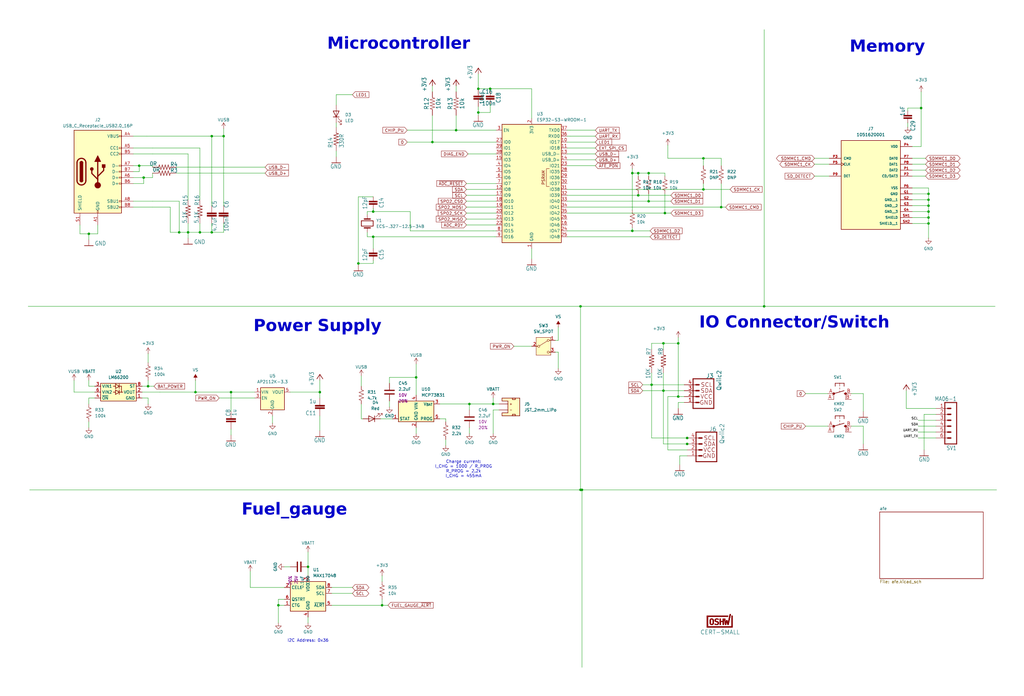
<source format=kicad_sch>
(kicad_sch (version 20250114) (generator "eeschema") (generator_version "9.0")
  (paper "User" 439.09 298.602)
  (lib_symbols
    (symbol "Connector:USB_C_Receptacle_USB2.0_16P" (pin_names (offset 1.016))
      (property "Reference" "J" (at 0 22.225 0))
      (property "Value" "USB_C_Receptacle_USB2.0_16P" (at 0 19.685 0))
      (symbol "USB_C_Receptacle_USB2.0_16P_1_1"
        (pin passive line (at -7.62 -22.86 90) (length 5.08) (name "SHIELD") (number "S1"))
        (pin passive line (at 0 -22.86 90) (length 5.08) (name "GND") (number "A1"))
        (pin passive line (at 0 -22.86 90) (length 5.08) (hide yes) (name "GND") (number "A12"))
        (pin passive line (at 0 -22.86 90) (length 5.08) (hide yes) (name "GND") (number "B1"))
        (pin passive line (at 0 -22.86 90) (length 5.08) (hide yes) (name "GND") (number "B12"))
        (pin passive line (at 15.24 15.24 180) (length 5.08) (name "VBUS") (number "A4"))
        (pin passive line (at 15.24 15.24 180) (length 5.08) (hide yes) (name "VBUS") (number "A9"))
        (pin passive line (at 15.24 15.24 180) (length 5.08) (hide yes) (name "VBUS") (number "B4"))
        (pin passive line (at 15.24 15.24 180) (length 5.08) (hide yes) (name "VBUS") (number "B9"))
        (pin bidirectional line (at 15.24 10.16 180) (length 5.08) (name "CC1") (number "A5"))
        (pin bidirectional line (at 15.24 7.62 180) (length 5.08) (name "CC2") (number "B5"))
        (pin bidirectional line (at 15.24 2.54 180) (length 5.08) (name "D-") (number "A7"))
        (pin bidirectional line (at 15.24 0 180) (length 5.08) (name "D-") (number "B7"))
        (pin bidirectional line (at 15.24 -2.54 180) (length 5.08) (name "D+") (number "A6"))
        (pin bidirectional line (at 15.24 -5.08 180) (length 5.08) (name "D+") (number "B6"))
        (pin bidirectional line (at 15.24 -12.7 180) (length 5.08) (name "SBU1") (number "A8"))
        (pin bidirectional line (at 15.24 -15.24 180) (length 5.08) (name "SBU2") (number "B8"))
      )
    )
    (symbol "Device:Crystal" (pin_numbers (hide yes)) (pin_names (offset 1.016) (hide yes))
      (property "Reference" "Y" (at 0 3.81 0))
      (property "Value" "Crystal" (at 0 -3.81 0))
      (symbol "Crystal_1_1"
        (pin passive line (at -3.81 0 0) (length 1.27) (name "1") (number "1"))
        (pin passive line (at 3.81 0 180) (length 1.27) (name "2") (number "2"))
      )
    )
    (symbol "Device:LED" (pin_numbers (hide yes)) (pin_names (offset 1.016) (hide yes))
      (property "Reference" "D" (at 0 2.54 0))
      (property "Value" "LED" (at 0 -2.54 0))
      (symbol "LED_1_1"
        (pin passive line (at -3.81 0 0) (length 2.54) (name "K") (number "1"))
        (pin passive line (at 3.81 0 180) (length 2.54) (name "A") (number "2"))
      )
    )
    (symbol "Device:R_US" (pin_numbers (hide yes)) (pin_names (offset 0))
      (property "Reference" "R" (at 2.54 0 90))
      (property "Value" "R_US" (at -2.54 0 90))
      (symbol "R_US_1_1"
        (pin passive line (at 0 3.81 270) (length 1.27) (name "~") (number "1"))
        (pin passive line (at 0 -3.81 90) (length 1.27) (name "~") (number "2"))
      )
    )
    (symbol "LM66200_1"
      (property "Reference" "U" (at -6.985 4.445 0))
      (property "Value" "LM66200" (at 0 -6.35 0))
      (symbol "LM66200_1_1_0"
        (pin power_in line (at -10.16 2.54 0) (length 2.54) (name "VIN1") (number "3"))
        (pin power_in line (at -10.16 0 0) (length 2.54) (name "VIN2") (number "6"))
        (pin input line (at -10.16 -2.54 0) (length 2.54) (name "~{ON}") (number "4"))
        (pin output line (at 10.16 2.54 180) (length 2.54) (name "ST") (number "8"))
        (pin power_out line (at 10.16 0 180) (length 2.54) (name "VOUT") (number "2"))
        (pin power_out line (at 10.16 0 180) (length 2.54) (hide yes) (name "VOUT") (number "7"))
        (pin power_out line (at 10.16 -2.54 180) (length 2.54) (name "GND") (number "1"))
        (pin power_out line (at 10.16 -2.54 180) (length 2.54) (hide yes) (name "GND") (number "5"))
      )
    )
    (symbol "RF_Module:ESP32-S3-WROOM-1"
      (property "Reference" "U" (at -12.7 26.67 0))
      (property "Value" "ESP32-S3-WROOM-1" (at 12.7 26.67 0))
      (symbol "ESP32-S3-WROOM-1_0_0"
        (text "PSRAM" (at 5.08 2.54 900) (effects (font (size 1.27 1.27))))
      )
      (symbol "ESP32-S3-WROOM-1_1_1"
        (pin input line (at -15.24 22.86 0) (length 2.54) (name "EN") (number "3"))
        (pin bidirectional line (at -15.24 17.78 0) (length 2.54) (name "IO0") (number "27"))
        (pin bidirectional line (at -15.24 15.24 0) (length 2.54) (name "IO1") (number "39"))
        (pin bidirectional line (at -15.24 12.7 0) (length 2.54) (name "IO2") (number "38"))
        (pin bidirectional line (at -15.24 10.16 0) (length 2.54) (name "IO3") (number "15"))
        (pin bidirectional line (at -15.24 7.62 0) (length 2.54) (name "IO4") (number "4"))
        (pin bidirectional line (at -15.24 5.08 0) (length 2.54) (name "IO5") (number "5"))
        (pin bidirectional line (at -15.24 2.54 0) (length 2.54) (name "IO6") (number "6"))
        (pin bidirectional line (at -15.24 0 0) (length 2.54) (name "IO7") (number "7"))
        (pin bidirectional line (at -15.24 -2.54 0) (length 2.54) (name "IO8") (number "12"))
        (pin bidirectional line (at -15.24 -5.08 0) (length 2.54) (name "IO9") (number "17"))
        (pin bidirectional line (at -15.24 -7.62 0) (length 2.54) (name "IO10") (number "18"))
        (pin bidirectional line (at -15.24 -10.16 0) (length 2.54) (name "IO11") (number "19"))
        (pin bidirectional line (at -15.24 -12.7 0) (length 2.54) (name "IO12") (number "20"))
        (pin bidirectional line (at -15.24 -15.24 0) (length 2.54) (name "IO13") (number "21"))
        (pin bidirectional line (at -15.24 -17.78 0) (length 2.54) (name "IO14") (number "22"))
        (pin bidirectional line (at -15.24 -20.32 0) (length 2.54) (name "IO15") (number "8"))
        (pin bidirectional line (at -15.24 -22.86 0) (length 2.54) (name "IO16") (number "9"))
        (pin power_in line (at 0 27.94 270) (length 2.54) (name "3V3") (number "2"))
        (pin power_in line (at 0 -27.94 90) (length 2.54) (name "GND") (number "1"))
        (pin passive line (at 0 -27.94 90) (length 2.54) (hide yes) (name "GND") (number "40"))
        (pin passive line (at 0 -27.94 90) (length 2.54) (hide yes) (name "GND") (number "41"))
        (pin bidirectional line (at 15.24 22.86 180) (length 2.54) (name "TXD0") (number "37"))
        (pin bidirectional line (at 15.24 20.32 180) (length 2.54) (name "RXD0") (number "36"))
        (pin bidirectional line (at 15.24 17.78 180) (length 2.54) (name "IO17") (number "10"))
        (pin bidirectional line (at 15.24 15.24 180) (length 2.54) (name "IO18") (number "11"))
        (pin bidirectional line (at 15.24 12.7 180) (length 2.54) (name "USB_D-") (number "13"))
        (pin bidirectional line (at 15.24 10.16 180) (length 2.54) (name "USB_D+") (number "14"))
        (pin bidirectional line (at 15.24 7.62 180) (length 2.54) (name "IO21") (number "23"))
        (pin bidirectional line (at 15.24 5.08 180) (length 2.54) (name "IO35") (number "28"))
        (pin bidirectional line (at 15.24 2.54 180) (length 2.54) (name "IO36") (number "29"))
        (pin bidirectional line (at 15.24 0 180) (length 2.54) (name "IO37") (number "30"))
        (pin bidirectional line (at 15.24 -2.54 180) (length 2.54) (name "IO38") (number "31"))
        (pin bidirectional line (at 15.24 -5.08 180) (length 2.54) (name "IO39") (number "32"))
        (pin bidirectional line (at 15.24 -7.62 180) (length 2.54) (name "IO40") (number "33"))
        (pin bidirectional line (at 15.24 -10.16 180) (length 2.54) (name "IO41") (number "34"))
        (pin bidirectional line (at 15.24 -12.7 180) (length 2.54) (name "IO42") (number "35"))
        (pin bidirectional line (at 15.24 -15.24 180) (length 2.54) (name "IO45") (number "26"))
        (pin bidirectional line (at 15.24 -17.78 180) (length 2.54) (name "IO46") (number "16"))
        (pin bidirectional line (at 15.24 -20.32 180) (length 2.54) (name "IO47") (number "24"))
        (pin bidirectional line (at 15.24 -22.86 180) (length 2.54) (name "IO48") (number "25"))
      )
    )
    (symbol "Regulator_Linear:AP2112K-3.3" (pin_names (offset 0.254))
      (property "Reference" "U" (at -5.08 5.715 0))
      (property "Value" "AP2112K-3.3" (at 0 5.715 0))
      (symbol "AP2112K-3.3_1_1"
        (pin power_in line (at -7.62 2.54 0) (length 2.54) (name "VIN") (number "1"))
        (pin input line (at -7.62 0 0) (length 2.54) (name "EN") (number "3"))
        (pin power_in line (at 0 -7.62 90) (length 2.54) (name "GND") (number "2"))
        (pin no_connect line (at 5.08 0 180) (length 2.54) (hide yes) (name "NC") (number "4"))
        (pin power_out line (at 7.62 2.54 180) (length 2.54) (name "VOUT") (number "5"))
      )
    )
    (symbol "SparkFun-Capacitor:0.1uF_0603_25V_20%" (pin_numbers (hide yes)) (pin_names (offset 0.254))
      (property "Reference" "C" (at 0.635 2.54 0))
      (property "Value" "0.1uF" (at 0.635 -2.54 0))
      (property "Voltage" "25V" (at 0 -6.35 0))
      (property "Tolerance" "20%" (at 0 -8.89 0))
      (symbol "0.1uF_0603_25V_20%_1_1"
        (pin passive line (at 0 3.81 270) (length 2.794) (name "~") (number "1"))
        (pin passive line (at 0 -3.81 90) (length 2.794) (name "~") (number "2"))
      )
    )
    (symbol "SparkFun-Capacitor:2.2uF_0603_10V_20%" (pin_numbers (hide yes)) (pin_names (offset 0.254))
      (property "Reference" "C" (at 0.635 2.54 0))
      (property "Value" "2.2uF" (at 0.635 -2.54 0))
      (property "Voltage" "10V" (at 0 -6.35 0))
      (property "Tolerance" "20%" (at 0 -8.89 0))
      (symbol "2.2uF_0603_10V_20%_1_1"
        (pin passive line (at 0 3.81 270) (length 2.794) (name "~") (number "1"))
        (pin passive line (at 0 -3.81 90) (length 2.794) (name "~") (number "2"))
      )
    )
    (symbol "SparkFun-Connector:Conn_01x02_JST_2.0mm_LiPo" (pin_numbers (hide yes)) (pin_names (offset 1.016) (hide yes))
      (property "Reference" "J" (at 0 5.08 0))
      (property "Value" "JST_2mm_LiPo" (at 0 -8.89 0))
      (symbol "Conn_01x02_JST_2.0mm_LiPo_1_1"
        (text "+" (at 0 0 0) (effects (font (size 1 1))))
        (text "-" (at 0 -2.54 0) (effects (font (size 1 1))))
        (pin passive line (at -5.08 0 0) (length 3.81) (name "+") (number "2"))
        (pin passive line (at -5.08 -2.54 0) (length 3.81) (name "-") (number "1"))
        (pin no_connect line (at 1.27 -1.27 0) (length 2.54) (hide yes) (name "NC1") (number "NC1"))
        (pin no_connect line (at 1.27 -1.27 0) (length 2.54) (hide yes) (name "NC2") (number "NC2"))
      )
    )
    (symbol "SparkFun-IC-Power:MAX17048"
      (property "Reference" "U" (at -6.35 7.62 0))
      (property "Value" "MAX17048" (at 2.54 7.62 0))
      (symbol "MAX17048_1_1"
        (pin power_in line (at -10.16 3.81 0) (length 2.54) (name "CELL") (number "2"))
        (pin input line (at -10.16 -1.27 0) (length 2.54) (name "QSTRT") (number "6"))
        (pin input line (at -10.16 -3.81 0) (length 2.54) (name "CTG") (number "1"))
        (pin power_in line (at 0 8.89 270) (length 2.54) (name "VDD") (number "3"))
        (pin power_in line (at 0 -8.89 90) (length 2.54) (name "GND") (number "4"))
        (pin power_in line (at 0 -8.89 90) (length 2.54) (hide yes) (name "GND") (number "9"))
        (pin bidirectional line (at 10.16 3.81 180) (length 2.54) (name "SDA") (number "8"))
        (pin bidirectional line (at 10.16 1.27 180) (length 2.54) (name "SCL") (number "7"))
        (pin output line (at 10.16 -3.81 180) (length 2.54) (name "~{ALRT}") (number "5"))
      )
    )
    (symbol "SparkFun-IC-Power:MCP73831"
      (property "Reference" "U" (at -7.62 6.35 0))
      (property "Value" "MCP73831" (at 1.27 6.35 0))
      (symbol "MCP73831_1_1"
        (pin output line (at -10.16 -2.54 0) (length 2.54) (name "STAT") (number "1"))
        (pin power_in line (at 0 7.62 270) (length 2.54) (name "VIN") (number "4"))
        (pin power_in line (at 0 -6.35 90) (length 2.54) (name "GND") (number "2"))
        (pin power_out line (at 10.16 3.81 180) (length 2.54) (name "V_{BAT}") (number "3"))
        (pin input line (at 10.16 -2.54 180) (length 2.54) (name "PROG") (number "5"))
      )
    )
    (symbol "SparkFun-LED:LED_Yellow_0603" (pin_numbers (hide yes)) (pin_names (offset 1.016) (hide yes))
      (property "Reference" "D" (at 0 2.54 0))
      (property "Value" "Yellow" (at 0 -2.54 0))
      (symbol "LED_Yellow_0603_1_1"
        (pin passive line (at -3.81 0 0) (length 2.54) (name "K") (number "1"))
        (pin passive line (at 3.81 0 180) (length 2.54) (name "A") (number "2"))
      )
    )
    (symbol "SparkFun-PowerSymbol:GND" (power) (pin_names (offset 0))
      (property "Value" "GND" (at 0 -3.81 0))
      (symbol "GND_1_1"
        (pin power_in line (at 0 0 270) (length 0) (hide yes) (name "GND") (number "1"))
      )
    )
    (symbol "SparkFun-PowerSymbol:VBATT" (power) (pin_names (offset 0))
      (property "Value" "VBATT" (at 0 3.81 0))
      (symbol "VBATT_1_1"
        (pin power_in line (at 0 0 90) (length 0) (hide yes) (name "VBATT") (number "1"))
      )
    )
    (symbol "SparkFun-PowerSymbol:VUSB" (power) (pin_names (offset 0))
      (property "Value" "VUSB" (at 0 3.81 0))
      (symbol "VUSB_1_1"
        (pin power_in line (at 0 0 90) (length 0) (hide yes) (name "VUSB") (number "1"))
      )
    )
    (symbol "SparkFun-Resistor:100k_0603" (pin_numbers (hide yes)) (pin_names (offset 0))
      (property "Reference" "R" (at 0 -2.54 0))
      (property "Value" "100k" (at 0 2.54 0))
      (symbol "100k_0603_1_1"
        (pin passive line (at -3.81 0 0) (length 1.27) (name "~") (number "2"))
        (pin passive line (at 3.81 0 180) (length 1.27) (name "~") (number "1"))
      )
    )
    (symbol "SparkFun-Resistor:10k_0603" (pin_numbers (hide yes)) (pin_names (offset 0))
      (property "Reference" "R" (at 0 -2.54 0))
      (property "Value" "10k" (at 0 2.54 0))
      (symbol "10k_0603_1_1"
        (pin passive line (at -3.81 0 0) (length 1.27) (name "~") (number "2"))
        (pin passive line (at 3.81 0 180) (length 1.27) (name "~") (number "1"))
      )
    )
    (symbol "SparkFun-Resistor:2.2k_0603" (pin_numbers (hide yes)) (pin_names (offset 0))
      (property "Reference" "R" (at 0 -2.54 0))
      (property "Value" "2.2k" (at 0 2.54 0))
      (symbol "2.2k_0603_1_1"
        (pin passive line (at -3.81 0 0) (length 1.27) (name "~") (number "2"))
        (pin passive line (at 3.81 0 180) (length 1.27) (name "~") (number "1"))
      )
    )
    (symbol "SparkFun-Resistor:4.7k_0603" (pin_numbers (hide yes)) (pin_names (offset 0))
      (property "Reference" "R" (at 0 -2.54 0))
      (property "Value" "4.7k" (at 0 2.54 0))
      (symbol "4.7k_0603_1_1"
        (pin passive line (at -3.81 0 0) (length 1.27) (name "~") (number "2"))
        (pin passive line (at 3.81 0 180) (length 1.27) (name "~") (number "1"))
      )
    )
    (symbol "Switch:SW_SPDT" (pin_names (offset 0) (hide yes))
      (property "Reference" "SW" (at 0 5.08 0))
      (property "Value" "SW_SPDT" (at 0 -5.08 0))
      (symbol "SW_SPDT_1_1"
        (pin passive line (at -5.08 0 0) (length 2.54) (name "B") (number "2"))
        (pin passive line (at 5.08 2.54 180) (length 2.54) (name "A") (number "1"))
        (pin passive line (at 5.08 -2.54 180) (length 2.54) (name "C") (number "3"))
      )
    )
    (symbol "kicad_protocentral_symbols:1051620001" (pin_names (offset 1.016))
      (property "Reference" "J" (at -12.7 13.462 0))
      (property "Value" "1051620001" (at -12.7 -27.94 0))
      (symbol "1051620001_0_0"
        (pin bidirectional line (at -17.78 5.08 0) (length 5.08) (name "CMD") (number "P3"))
        (pin input clock (at -17.78 2.54 0) (length 5.08) (name "CLK") (number "P5"))
        (pin passive line (at -17.78 -2.54 0) (length 5.08) (name "DET") (number "P9"))
        (pin power_in line (at 17.78 10.16 180) (length 5.08) (name "VDD") (number "P4"))
        (pin bidirectional line (at 17.78 5.08 180) (length 5.08) (name "DAT0") (number "P7"))
        (pin bidirectional line (at 17.78 2.54 180) (length 5.08) (name "DAT1") (number "P8"))
        (pin bidirectional line (at 17.78 0 180) (length 5.08) (name "DAT2") (number "P1"))
        (pin bidirectional line (at 17.78 -2.54 180) (length 5.08) (name "CD/DAT3") (number "P2"))
        (pin power_in line (at 17.78 -7.62 180) (length 5.08) (name "VSS") (number "P6"))
        (pin power_in line (at 17.78 -10.16 180) (length 5.08) (name "GND") (number "G1"))
        (pin power_in line (at 17.78 -12.7 180) (length 5.08) (name "GND__1") (number "G2"))
        (pin power_in line (at 17.78 -15.24 180) (length 5.08) (name "GND__2") (number "G3"))
        (pin power_in line (at 17.78 -17.78 180) (length 5.08) (name "GND__3") (number "G4"))
        (pin passive line (at 17.78 -20.32 180) (length 5.08) (name "SHIELD") (number "SH1"))
        (pin passive line (at 17.78 -22.86 180) (length 5.08) (name "SHIELD__1") (number "SH2"))
      )
    )
    (symbol "pc_OpenOx-ESP32_v1.2-eagle-import:+3V3" (power)
      (symbol "+3V3_1_0"
        (pin power_in line (at 0 -2.54 90) (length 2.54) (name "+3V3") (number "1"))
      )
    )
    (symbol "pc_OpenOx-ESP32_v1.2-eagle-import:10KOHM-1/10W-1%(0603)0603"
      (property "Reference" "R" (at 0 1.524 0))
      (symbol "10KOHM-1/10W-1%(0603)0603_1_0"
        (pin passive line (at -5.08 0 0) (length 2.54) (name "1") (number "1"))
        (pin passive line (at 5.08 0 180) (length 2.54) (name "2") (number "2"))
      )
    )
    (symbol "pc_OpenOx-ESP32_v1.2-eagle-import:C-EUC0402"
      (property "Reference" "C" (at 1.524 0.381 0))
      (symbol "C-EUC0402_1_0"
        (pin passive line (at 0 2.54 270) (length 2.54) (name "1") (number "1"))
        (pin passive line (at 0 -5.08 90) (length 2.54) (name "2") (number "2"))
      )
    )
    (symbol "pc_OpenOx-ESP32_v1.2-eagle-import:C-EUC0805"
      (property "Reference" "C" (at 1.524 0.381 0))
      (symbol "C-EUC0805_1_0"
        (pin passive line (at 0 2.54 270) (length 2.54) (name "1") (number "1"))
        (pin passive line (at 0 -5.08 90) (length 2.54) (name "2") (number "2"))
      )
    )
    (symbol "pc_OpenOx-ESP32_v1.2-eagle-import:CAPACITORS-0402"
      (property "Reference" "C" (at 0 2.54 0))
      (symbol "CAPACITORS-0402_1_0"
        (pin passive line (at -2.54 0 0) (length 0) (name "1") (number "1"))
        (pin passive line (at 2.54 0 180) (length 0) (name "2") (number "2"))
      )
    )
    (symbol "pc_OpenOx-ESP32_v1.2-eagle-import:CAPACITORS-0805"
      (property "Reference" "C" (at 0 2.54 0))
      (symbol "CAPACITORS-0805_1_0"
        (pin passive line (at -2.54 0 0) (length 0) (name "1") (number "1"))
        (pin passive line (at 2.54 0 180) (length 0) (name "2") (number "2"))
      )
    )
    (symbol "pc_OpenOx-ESP32_v1.2-eagle-import:CERT-SMALL")
    (symbol "pc_OpenOx-ESP32_v1.2-eagle-import:GND" (power)
      (symbol "GND_1_0"
        (pin power_in line (at 0 2.54 270) (length 2.54) (name "GND") (number "1"))
      )
    )
    (symbol "pc_OpenOx-ESP32_v1.2-eagle-import:MA06-1"
      (property "Reference" "SV" (at -1.27 8.382 0))
      (symbol "MA06-1_1_0"
        (pin passive line (at 7.62 5.08 180) (length 5.08) (name "6") (number "6"))
        (pin passive line (at 7.62 2.54 180) (length 5.08) (name "5") (number "5"))
        (pin passive line (at 7.62 0 180) (length 5.08) (name "4") (number "4"))
        (pin passive line (at 7.62 -2.54 180) (length 5.08) (name "3") (number "3"))
        (pin passive line (at 7.62 -5.08 180) (length 5.08) (name "2") (number "2"))
        (pin passive line (at 7.62 -7.62 180) (length 5.08) (name "1") (number "1"))
      )
    )
    (symbol "pc_OpenOx-ESP32_v1.2-eagle-import:QWIIC_CONNECTORJS-1MM"
      (property "Reference" "J" (at -5.08 7.874 0))
      (symbol "QWIIC_CONNECTORJS-1MM_1_0"
        (text "SCL" (at -4.572 5.08 0) (effects (font (size 1.778 1.778)) (justify left)))
        (text "SDA" (at -4.572 2.54 0) (effects (font (size 1.778 1.778)) (justify left)))
        (text "VCC" (at -4.572 0 0) (effects (font (size 1.778 1.778)) (justify left)))
        (text "GND" (at -4.572 -2.54 0) (effects (font (size 1.778 1.778)) (justify left)))
        (pin passive line (at 7.62 5.08 180) (length 5.08) (name "4") (number "4"))
        (pin passive line (at 7.62 2.54 180) (length 5.08) (name "3") (number "3"))
        (pin power_in line (at 7.62 0 180) (length 5.08) (name "2") (number "2"))
        (pin power_in line (at 7.62 -2.54 180) (length 5.08) (name "1") (number "1"))
      )
    )
    (symbol "pc_OpenOx-ESP32_v1.2-eagle-import:R-US_R0402"
      (property "Reference" "R" (at -3.81 1.4986 0))
      (symbol "R-US_R0402_1_0"
        (pin passive line (at -5.08 0 0) (length 2.54) (name "1") (number "1"))
        (pin passive line (at 5.08 0 180) (length 2.54) (name "2") (number "2"))
      )
    )
    (symbol "pc_OpenOx-ESP32_v1.2-eagle-import:SWITCH_TACT_SMT4.6X2.8"
      (property "Reference" "B" (at -2.54 6.35 0))
      (symbol "SWITCH_TACT_SMT4.6X2.8_1_0"
        (pin passive line (at -5.08 0 0) (length 2.54) (name "P") (number "A"))
        (pin passive line (at -5.08 -2.54 0) (length 2.54) (name "P1") (number "A'"))
        (pin passive line (at 5.08 0 180) (length 2.54) (name "S") (number "B"))
        (pin passive line (at 5.08 -2.54 180) (length 2.54) (name "S1") (number "B'"))
      )
    )
    (symbol "pc_OpenOx-ESP32_v1.2-eagle-import:SparkFun_GND" (power)
      (symbol "SparkFun_GND_1_0"
        (pin power_in line (at 0 2.54 270) (length 2.54) (name "GND") (number "1"))
      )
    )
    (symbol "pc_OpenOx-ESP32_v1.2-eagle-import:supply1_371_+3V3" (power)
      (symbol "supply1_371_+3V3_1_0"
        (pin power_in line (at 0 -2.54 90) (length 2.54) (name "+3V3") (number "1"))
      )
    )
    (symbol "pc_OpenOx-ESP32_v1.2-eagle-import:supply1_371_GND" (power)
      (symbol "supply1_371_GND_1_0"
        (pin power_in line (at 0 2.54 270) (length 2.54) (name "GND") (number "1"))
      )
    )
    (symbol "pc_OpenOx-ESP32_v1.2-eagle-import:supply1_GND" (power)
      (symbol "supply1_GND_1_0"
        (pin power_in line (at 0 2.54 270) (length 2.54) (name "GND") (number "1"))
      )
    )
    (symbol "power:+3V3" (power) (pin_numbers (hide yes)) (pin_names (offset 0) (hide yes))
      (property "Value" "+3V3" (at 0 3.556 0))
      (symbol "+3V3_1_1"
        (pin power_in line (at 0 0 90) (length 0) (name "~") (number "1"))
      )
    )
    (symbol "power:GND" (power) (pin_numbers (hide yes)) (pin_names (offset 0) (hide yes))
      (property "Value" "GND" (at 0 -3.81 0))
      (symbol "GND_1_1"
        (pin power_in line (at 0 0 270) (length 0) (name "~") (number "1"))
      )
    )
    (symbol "power:VS" (power) (pin_numbers (hide yes)) (pin_names (offset 0) (hide yes))
      (property "Value" "VS" (at 0 3.556 0))
      (symbol "VS_1_1"
        (pin power_in line (at 0 0 90) (length 0) (name "~") (number "1"))
      )
    )
  )
  (text "Charge current:\nI_CHG = 1000 / R_PROG\nR_PROG = 2.2k\nI_CHG = 455mA" (at 198.755 201.295 0) (effects (font (size 1.27 1.27))))
  (text "Fuel_gauge" (at 126.238 220.218 0) (effects (font (size 5.08 5.08) (thickness 0.254) (bold yes))))
  (text "IO Connector/Switch" (at 340.614 139.954 0) (effects (font (size 5.08 5.08) (thickness 0.254) (bold yes))))
  (text "Microcontroller" (at 170.942 20.32 0) (effects (font (size 5.08 5.08) (thickness 0.254) (bold yes))))
  (text "Memory" (at 380.492 21.59 0) (effects (font (size 5.08 5.08) (thickness 0.254) (bold yes))))
  (text "Power Supply" (at 136.144 141.478 0) (effects (font (size 5.08 5.08) (thickness 0.254) (bold yes))))
  (text "I2C Address: 0x36" (at 132.08 274.955 0) (effects (font (size 1.27 1.27))))
  (junction (at 205.105 38.1))
  (junction (at 273.685 74.295))
  (junction (at 195.58 55.88))
  (junction (at 285.115 91.44))
  (junction (at 398.145 88.265))
  (junction (at 210.185 38.1))
  (junction (at 294.64 187.96))
  (junction (at 290.83 147.32))
  (junction (at 398.145 85.725))
  (junction (at 83.82 168.275))
  (junction (at 301.625 67.945))
  (junction (at 398.145 90.805))
  (junction (at 119.38 259.715))
  (junction (at 76.835 99.695))
  (junction (at 273.685 83.82))
  (junction (at 178.435 161.925))
  (junction (at 394.97 46.355))
  (junction (at 163.83 259.715))
  (junction (at 160.02 90.805))
  (junction (at 248.92 131.445))
  (junction (at 301.625 81.28))
  (junction (at 137.16 168.275))
  (junction (at 85.725 99.695))
  (junction (at 284.48 147.32))
  (junction (at 398.145 93.345))
  (junction (at 249.555 210.185))
  (junction (at 211.455 173.355))
  (junction (at 279.4 165.1))
  (junction (at 398.145 83.185))
  (junction (at 309.245 88.9))
  (junction (at 90.805 58.42))
  (junction (at 63.5 165.735))
  (junction (at 38.1 100.33))
  (junction (at 80.645 99.695))
  (junction (at 278.13 86.36))
  (junction (at 153.67 113.03))
  (junction (at 205.105 48.26))
  (junction (at 278.13 74.295))
  (junction (at 271.145 74.295))
  (junction (at 95.885 58.42))
  (junction (at 201.295 173.355))
  (junction (at 61.595 76.2))
  (junction (at 185.42 60.96))
  (junction (at 398.145 95.885))
  (junction (at 90.805 99.695))
  (junction (at 132.08 243.205))
  (junction (at 99.06 168.275))
  (junction (at 271.145 99.06))
  (junction (at 327.66 131.445))
  (junction (at 294.64 190.5))
  (junction (at 160.02 101.6))
  (junction (at 290.83 170.18))
  (junction (at 248.92 210.185))
  (junction (at 59.69 71.12))
  (junction (at 284.48 167.64))
  (wire (pts (xy 167.005 161.925) (xy 178.435 161.925)))
  (wire (pts (xy 174.625 55.88) (xy 195.58 55.88)))
  (wire (pts (xy 12.065 131.445) (xy 248.92 131.445)))
  (wire (pts (xy 59.69 73.66) (xy 59.69 71.12)))
  (wire (pts (xy 271.145 74.295) (xy 271.145 90.17)))
  (wire (pts (xy 309.245 88.9) (xy 311.15 88.9)))
  (wire (pts (xy 391.16 83.185) (xy 398.145 83.185)))
  (wire (pts (xy 389.255 47.625) (xy 389.255 46.355)))
  (wire (pts (xy 243.205 63.5) (xy 255.27 63.5)))
  (wire (pts (xy 73.025 99.695) (xy 73.025 88.9)) (stroke (width 0.1524)))
  (wire (pts (xy 309.245 67.945) (xy 301.625 67.945)))
  (wire (pts (xy 210.185 39.37) (xy 210.185 38.1)) (stroke (width 0.1524)))
  (wire (pts (xy 160.02 89.535) (xy 160.02 90.805)) (stroke (width 0.1524)))
  (wire (pts (xy 345.44 168.91) (xy 354.965 168.91)) (stroke (width 0.1524)))
  (wire (pts (xy 271.145 72.39) (xy 271.145 74.295)))
  (wire (pts (xy 116.84 181.61) (xy 116.84 178.435)))
  (wire (pts (xy 38.1 100.33) (xy 38.1 102.87)))
  (wire (pts (xy 284.48 147.32) (xy 290.83 147.32)) (stroke (width 0.1524)))
  (wire (pts (xy 75.565 74.295) (xy 113.665 74.295)) (stroke (width 0.1524)))
  (wire (pts (xy 109.22 168.275) (xy 99.06 168.275)) (stroke (width 0.1524)))
  (wire (pts (xy 63.5 151.765) (xy 63.5 155.575)))
  (wire (pts (xy 293.37 167.64) (xy 284.48 167.64)) (stroke (width 0.1524)))
  (wire (pts (xy 391.16 95.885) (xy 398.145 95.885)))
  (wire (pts (xy 76.835 99.695) (xy 73.025 99.695)) (stroke (width 0.1524)))
  (wire (pts (xy 243.205 83.82) (xy 273.685 83.82)))
  (wire (pts (xy 401.32 180.34) (xy 393.7 180.34)) (stroke (width 0.1524)))
  (wire (pts (xy 57.15 66.04) (xy 65.405 66.04)))
  (wire (pts (xy 286.385 170.18) (xy 290.83 170.18)))
  (wire (pts (xy 137.16 168.275) (xy 137.16 163.195)) (stroke (width 0.1524)))
  (wire (pts (xy 80.645 95.885) (xy 80.645 99.695)) (stroke (width 0.1524)))
  (wire (pts (xy 200.025 83.82) (xy 212.725 83.82)))
  (wire (pts (xy 273.685 83.82) (xy 287.655 83.82)))
  (wire (pts (xy 294.64 190.5) (xy 284.48 190.5)))
  (wire (pts (xy 195.58 55.88) (xy 212.725 55.88)))
  (wire (pts (xy 155.575 179.705) (xy 154.94 179.705)))
  (wire (pts (xy 327.66 12.7) (xy 327.66 131.445)))
  (wire (pts (xy 205.105 38.1) (xy 205.105 31.75)) (stroke (width 0.1524)))
  (wire (pts (xy 239.395 151.13) (xy 239.395 158.115)))
  (wire (pts (xy 62.865 58.42) (xy 90.805 58.42)) (stroke (width 0.1524)))
  (wire (pts (xy 398.145 83.185) (xy 398.145 85.725)))
  (wire (pts (xy 401.32 187.96) (xy 393.7 187.96)) (stroke (width 0.1524)))
  (wire (pts (xy 389.255 46.355) (xy 394.97 46.355)))
  (wire (pts (xy 396.24 177.8) (xy 396.24 193.04)) (stroke (width 0.1524)))
  (wire (pts (xy 391.16 88.265) (xy 398.145 88.265)))
  (wire (pts (xy 391.16 90.805) (xy 398.145 90.805)))
  (wire (pts (xy 121.92 252.095) (xy 107.315 252.095)))
  (wire (pts (xy 132.08 264.795) (xy 132.08 267.335)))
  (wire (pts (xy 211.455 173.355) (xy 211.455 170.815)))
  (wire (pts (xy 249.555 210.185) (xy 427.355 210.185)))
  (wire (pts (xy 119.38 259.715) (xy 119.38 267.335)))
  (wire (pts (xy 60.96 165.735) (xy 63.5 165.735)))
  (wire (pts (xy 160.02 90.805) (xy 175.895 90.805)) (stroke (width 0.1524)))
  (wire (pts (xy 243.205 66.04) (xy 255.27 66.04)))
  (wire (pts (xy 243.205 81.28) (xy 301.625 81.28)))
  (wire (pts (xy 137.16 170.815) (xy 137.16 168.275)) (stroke (width 0.1524)))
  (wire (pts (xy 90.805 58.42) (xy 90.805 88.265)) (stroke (width 0.1524)))
  (wire (pts (xy 212.09 101.6) (xy 212.725 101.6)))
  (wire (pts (xy 291.465 195.58) (xy 291.465 199.39)))
  (wire (pts (xy 95.885 58.42) (xy 95.885 55.245)) (stroke (width 0.1524)))
  (wire (pts (xy 144.145 67.31) (xy 144.145 64.77)) (stroke (width 0.1524)))
  (wire (pts (xy 60.96 168.275) (xy 68.58 168.275)))
  (wire (pts (xy 200.025 81.28) (xy 212.725 81.28)))
  (wire (pts (xy 200.025 86.36) (xy 212.725 86.36)))
  (wire (pts (xy 57.15 58.42) (xy 62.865 58.42)))
  (wire (pts (xy 200.025 78.74) (xy 212.725 78.74)))
  (wire (pts (xy 144.145 54.61) (xy 144.145 52.705)) (stroke (width 0.1524)))
  (wire (pts (xy 185.42 49.53) (xy 185.42 60.96)))
  (wire (pts (xy 132.08 236.855) (xy 132.08 243.205)))
  (wire (pts (xy 243.205 86.36) (xy 278.13 86.36)))
  (wire (pts (xy 211.455 99.06) (xy 175.895 99.06)) (stroke (width 0.1524)))
  (wire (pts (xy 65.405 86.36) (xy 76.835 86.36)) (stroke (width 0.1524)))
  (wire (pts (xy 294.64 187.96) (xy 279.4 187.96)))
  (wire (pts (xy 80.645 66.04) (xy 80.645 85.725)))
  (wire (pts (xy 205.105 48.26) (xy 205.105 49.53)))
  (wire (pts (xy 205.105 45.72) (xy 205.105 48.26)) (stroke (width 0.1524)))
  (wire (pts (xy 394.97 46.355) (xy 394.97 62.865)))
  (wire (pts (xy 284.48 160.02) (xy 284.48 167.64)) (stroke (width 0.1524)))
  (wire (pts (xy 238.125 151.13) (xy 239.395 151.13)))
  (wire (pts (xy 83.82 168.275) (xy 83.82 163.195)) (stroke (width 0.1524)))
  (wire (pts (xy 163.83 247.015) (xy 163.83 249.555)))
  (wire (pts (xy 200.025 96.52) (xy 212.725 96.52)))
  (wire (pts (xy 211.455 173.355) (xy 213.995 173.355)))
  (wire (pts (xy 273.685 75.565) (xy 273.685 74.295)))
  (wire (pts (xy 65.405 63.5) (xy 85.725 63.5)) (stroke (width 0.1524)))
  (wire (pts (xy 124.46 243.205) (xy 121.92 243.205)))
  (wire (pts (xy 31.75 168.275) (xy 31.75 163.195)))
  (wire (pts (xy 185.42 36.83) (xy 185.42 39.37)) (stroke (width 0.1524)))
  (wire (pts (xy 227.965 50.8) (xy 227.965 42.545)))
  (wire (pts (xy 389.255 52.705) (xy 389.255 54.61)))
  (wire (pts (xy 144.145 40.64) (xy 144.145 45.085)) (stroke (width 0.1524)))
  (wire (pts (xy 210.185 48.26) (xy 210.185 44.45)) (stroke (width 0.1524)))
  (wire (pts (xy 38.1 165.735) (xy 38.1 163.195)))
  (wire (pts (xy 401.32 177.8) (xy 396.24 177.8)) (stroke (width 0.1524)))
  (wire (pts (xy 278.13 83.185) (xy 278.13 86.36)))
  (wire (pts (xy 286.385 62.23) (xy 286.385 67.945)))
  (wire (pts (xy 157.48 101.6) (xy 160.02 101.6)) (stroke (width 0.1524)))
  (wire (pts (xy 394.97 39.37) (xy 394.97 46.355)))
  (wire (pts (xy 401.32 175.26) (xy 388.62 175.26)) (stroke (width 0.1524)))
  (wire (pts (xy 168.275 179.705) (xy 163.195 179.705)))
  (wire (pts (xy 80.645 99.695) (xy 80.645 102.235)) (stroke (width 0.1524)))
  (wire (pts (xy 93.98 170.815) (xy 109.22 170.815)))
  (wire (pts (xy 90.805 58.42) (xy 95.885 58.42)) (stroke (width 0.1524)))
  (wire (pts (xy 75.565 71.755) (xy 113.665 71.755)) (stroke (width 0.1524)))
  (wire (pts (xy 398.145 80.645) (xy 398.145 83.185)))
  (wire (pts (xy 63.5 165.735) (xy 63.5 163.195)))
  (wire (pts (xy 370.205 168.91) (xy 370.205 176.53)) (stroke (width 0.1524)))
  (wire (pts (xy 278.13 86.36) (xy 287.655 86.36)))
  (wire (pts (xy 157.48 90.805) (xy 160.02 90.805)))
  (wire (pts (xy 244.475 58.42) (xy 255.27 58.42)) (stroke (width 0.1524)))
  (wire (pts (xy 65.405 71.12) (xy 65.405 71.755)))
  (wire (pts (xy 243.205 58.42) (xy 244.475 58.42)))
  (wire (pts (xy 90.805 99.695) (xy 85.725 99.695)) (stroke (width 0.1524)))
  (wire (pts (xy 191.135 179.705) (xy 191.135 180.975)))
  (wire (pts (xy 195.58 36.83) (xy 195.58 39.37)) (stroke (width 0.1524)))
  (wire (pts (xy 59.69 71.12) (xy 65.405 71.12)))
  (wire (pts (xy 349.25 75.565) (xy 355.6 75.565)))
  (wire (pts (xy 153.67 113.03) (xy 160.02 113.03)) (stroke (width 0.1524)))
  (wire (pts (xy 76.835 86.36) (xy 76.835 99.695)) (stroke (width 0.1524)))
  (wire (pts (xy 99.06 168.275) (xy 83.82 168.275)) (stroke (width 0.1524)))
  (wire (pts (xy 285.115 74.295) (xy 278.13 74.295)))
  (wire (pts (xy 398.145 90.805) (xy 398.145 93.345)))
  (wire (pts (xy 398.145 85.725) (xy 398.145 88.265)))
  (wire (pts (xy 248.92 131.445) (xy 248.92 210.185)))
  (wire (pts (xy 301.625 81.28) (xy 313.055 81.28)))
  (wire (pts (xy 309.245 67.945) (xy 309.245 71.12)))
  (wire (pts (xy 284.48 167.64) (xy 275.59 167.64)) (stroke (width 0.1524)))
  (wire (pts (xy 248.92 210.185) (xy 249.555 210.185)))
  (wire (pts (xy 200.025 91.44) (xy 212.725 91.44)))
  (wire (pts (xy 201.295 173.355) (xy 201.295 175.895)))
  (wire (pts (xy 167.005 172.085) (xy 167.005 174.625)))
  (wire (pts (xy 243.205 68.58) (xy 255.27 68.58)))
  (wire (pts (xy 142.24 252.095) (xy 151.13 252.095)))
  (wire (pts (xy 178.435 183.515) (xy 178.435 186.055)))
  (wire (pts (xy 243.205 101.6) (xy 278.765 101.6)))
  (wire (pts (xy 293.37 165.1) (xy 279.4 165.1)) (stroke (width 0.1524)))
  (wire (pts (xy 388.62 175.26) (xy 388.62 167.64)) (stroke (width 0.1524)))
  (wire (pts (xy 38.1 100.33) (xy 41.91 100.33)))
  (wire (pts (xy 121.92 259.715) (xy 119.38 259.715)))
  (wire (pts (xy 227.965 38.1) (xy 227.965 42.545)) (stroke (width 0.1524)))
  (wire (pts (xy 38.1 170.815) (xy 40.64 170.815)))
  (wire (pts (xy 285.115 83.185) (xy 285.115 91.44)))
  (wire (pts (xy 40.64 165.735) (xy 38.1 165.735)))
  (wire (pts (xy 63.5 170.815) (xy 63.5 173.355)))
  (wire (pts (xy 57.15 71.12) (xy 59.69 71.12)))
  (wire (pts (xy 85.725 63.5) (xy 85.725 85.725)))
  (wire (pts (xy 57.15 76.2) (xy 61.595 76.2)))
  (wire (pts (xy 65.405 88.9) (xy 73.025 88.9)) (stroke (width 0.1524)))
  (wire (pts (xy 301.625 67.945) (xy 286.385 67.945)))
  (wire (pts (xy 157.48 100.965) (xy 157.48 101.6)) (stroke (width 0.1524)))
  (wire (pts (xy 243.205 99.06) (xy 271.145 99.06)))
  (wire (pts (xy 243.205 71.12) (xy 255.27 71.12)))
  (wire (pts (xy 294.64 195.58) (xy 291.465 195.58)))
  (wire (pts (xy 401.32 185.42) (xy 393.7 185.42)) (stroke (width 0.1524)))
  (wire (pts (xy 205.105 48.26) (xy 210.185 48.26)) (stroke (width 0.1524)))
  (wire (pts (xy 167.005 164.465) (xy 167.005 161.925)))
  (wire (pts (xy 249.555 210.185) (xy 249.555 286.385)))
  (wire (pts (xy 157.48 99.695) (xy 157.48 100.965)))
  (wire (pts (xy 191.135 188.595) (xy 191.135 191.135)))
  (wire (pts (xy 61.595 78.74) (xy 61.595 76.2)))
  (wire (pts (xy 188.595 173.355) (xy 201.295 173.355)))
  (wire (pts (xy 391.16 85.725) (xy 398.145 85.725)))
  (wire (pts (xy 391.16 73.025) (xy 396.875 73.025)))
  (wire (pts (xy 201.295 173.355) (xy 211.455 173.355)))
  (wire (pts (xy 178.435 156.21) (xy 178.435 161.925)))
  (wire (pts (xy 151.13 40.64) (xy 144.145 40.64)) (stroke (width 0.1524)))
  (wire (pts (xy 95.885 58.42) (xy 95.885 88.265)) (stroke (width 0.1524)))
  (wire (pts (xy 239.395 140.335) (xy 239.395 146.05)))
  (wire (pts (xy 279.4 187.96) (xy 279.4 165.1)))
  (wire (pts (xy 12.7 210.185) (xy 248.92 210.185)))
  (wire (pts (xy 349.25 67.945) (xy 355.6 67.945)))
  (wire (pts (xy 80.645 99.695) (xy 76.835 99.695)) (stroke (width 0.1524)))
  (wire (pts (xy 107.315 252.095) (xy 107.315 245.11)))
  (wire (pts (xy 154.94 161.29) (xy 154.94 165.735)))
  (wire (pts (xy 278.13 75.565) (xy 278.13 74.295)))
  (wire (pts (xy 99.06 184.15) (xy 99.06 186.69)) (stroke (width 0.1524)))
  (wire (pts (xy 57.15 88.9) (xy 65.405 88.9)))
  (wire (pts (xy 285.115 75.565) (xy 285.115 74.295)))
  (wire (pts (xy 365.125 182.88) (xy 370.205 182.88)) (stroke (width 0.1524)))
  (wire (pts (xy 90.805 95.885) (xy 90.805 99.695)) (stroke (width 0.1524)))
  (wire (pts (xy 345.44 182.88) (xy 354.965 182.88)) (stroke (width 0.1524)))
  (wire (pts (xy 99.06 176.53) (xy 99.06 168.275)))
  (wire (pts (xy 211.455 175.895) (xy 211.455 186.055)))
  (wire (pts (xy 57.15 73.66) (xy 59.69 73.66)))
  (wire (pts (xy 295.275 187.96) (xy 294.64 187.96)))
  (wire (pts (xy 293.37 172.72) (xy 290.83 172.72)) (stroke (width 0.1524)))
  (wire (pts (xy 273.685 83.185) (xy 273.685 83.82)))
  (wire (pts (xy 238.125 146.05) (xy 239.395 146.05)))
  (wire (pts (xy 61.595 76.2) (xy 65.405 76.2)))
  (wire (pts (xy 201.295 183.515) (xy 201.295 186.055)))
  (wire (pts (xy 34.29 96.52) (xy 34.29 100.33)))
  (wire (pts (xy 210.185 38.1) (xy 205.105 38.1)) (stroke (width 0.1524)))
  (wire (pts (xy 396.875 67.945) (xy 391.16 67.945)))
  (wire (pts (xy 243.205 91.44) (xy 285.115 91.44)))
  (wire (pts (xy 301.625 71.12) (xy 301.625 67.945)))
  (wire (pts (xy 290.83 147.32) (xy 290.83 144.78)) (stroke (width 0.1524)))
  (wire (pts (xy 160.02 101.6) (xy 212.09 101.6)) (stroke (width 0.1524)))
  (wire (pts (xy 286.385 193.04) (xy 286.385 170.18)))
  (wire (pts (xy 160.02 90.805) (xy 160.02 89.535)))
  (wire (pts (xy 200.025 88.9) (xy 212.725 88.9)))
  (wire (pts (xy 243.205 55.88) (xy 244.475 55.88)))
  (wire (pts (xy 160.02 84.455) (xy 153.67 84.455)) (stroke (width 0.1524)))
  (wire (pts (xy 301.625 78.74) (xy 301.625 81.28)))
  (wire (pts (xy 163.83 257.175) (xy 163.83 259.715)))
  (wire (pts (xy 142.24 259.715) (xy 163.83 259.715)))
  (wire (pts (xy 188.595 179.705) (xy 191.135 179.705)))
  (wire (pts (xy 273.685 74.295) (xy 271.145 74.295)))
  (wire (pts (xy 396.875 75.565) (xy 391.16 75.565)))
  (wire (pts (xy 294.64 193.04) (xy 286.385 193.04)))
  (wire (pts (xy 40.64 168.275) (xy 31.75 168.275)))
  (wire (pts (xy 137.16 184.785) (xy 137.16 178.435)) (stroke (width 0.1524)))
  (wire (pts (xy 391.16 62.865) (xy 394.97 62.865)))
  (wire (pts (xy 279.4 165.1) (xy 275.59 165.1)) (stroke (width 0.1524)))
  (wire (pts (xy 178.435 161.925) (xy 178.435 169.545)))
  (wire (pts (xy 41.91 100.33) (xy 41.91 96.52)))
  (wire (pts (xy 284.48 149.86) (xy 284.48 147.32)) (stroke (width 0.1524)))
  (wire (pts (xy 57.15 78.74) (xy 61.595 78.74)))
  (wire (pts (xy 57.15 63.5) (xy 65.405 63.5)))
  (wire (pts (xy 349.25 70.485) (xy 355.6 70.485)))
  (wire (pts (xy 38.1 183.515) (xy 38.1 180.975)))
  (wire (pts (xy 398.145 93.345) (xy 398.145 95.885)))
  (wire (pts (xy 119.38 257.175) (xy 119.38 259.715)))
  (wire (pts (xy 85.725 99.695) (xy 80.645 99.695)) (stroke (width 0.1524)))
  (wire (pts (xy 309.245 78.74) (xy 309.245 88.9)))
  (wire (pts (xy 243.205 88.9) (xy 309.245 88.9)))
  (wire (pts (xy 293.37 170.18) (xy 290.83 170.18)) (stroke (width 0.1524)))
  (wire (pts (xy 396.875 70.485) (xy 391.16 70.485)))
  (wire (pts (xy 153.67 84.455) (xy 153.67 113.03)) (stroke (width 0.1524)))
  (wire (pts (xy 57.15 86.36) (xy 65.405 86.36)))
  (wire (pts (xy 213.995 175.895) (xy 211.455 175.895)))
  (wire (pts (xy 279.4 147.32) (xy 284.48 147.32)) (stroke (width 0.1524)))
  (wire (pts (xy 278.13 74.295) (xy 273.685 74.295)))
  (wire (pts (xy 398.145 95.885) (xy 398.145 102.235)))
  (wire (pts (xy 284.48 190.5) (xy 284.48 167.64)))
  (wire (pts (xy 391.16 80.645) (xy 398.145 80.645)))
  (wire (pts (xy 66.04 165.735) (xy 63.5 165.735)))
  (wire (pts (xy 210.185 38.1) (xy 227.965 38.1)) (stroke (width 0.1524)))
  (wire (pts (xy 175.895 99.06) (xy 175.895 90.805)) (stroke (width 0.1524)))
  (wire (pts (xy 185.42 60.96) (xy 212.725 60.96)))
  (wire (pts (xy 227.965 148.59) (xy 220.345 148.59)) (stroke (width 0.1524)))
  (wire (pts (xy 295.275 190.5) (xy 294.64 190.5)))
  (wire (pts (xy 65.405 76.2) (xy 65.405 74.295)))
  (wire (pts (xy 95.885 99.695) (xy 90.805 99.695)) (stroke (width 0.1524)))
  (wire (pts (xy 279.4 149.86) (xy 279.4 147.32)) (stroke (width 0.1524)))
  (wire (pts (xy 271.145 97.79) (xy 271.145 99.06)))
  (wire (pts (xy 160.02 106.68) (xy 160.02 101.6)) (stroke (width 0.1524)))
  (wire (pts (xy 244.475 55.88) (xy 255.27 55.88)) (stroke (width 0.1524)))
  (wire (pts (xy 391.16 93.345) (xy 398.145 93.345)))
  (wire (pts (xy 153.67 113.03) (xy 153.67 113.665)) (stroke (width 0.1524)))
  (wire (pts (xy 95.885 95.885) (xy 95.885 99.695)) (stroke (width 0.1524)))
  (wire (pts (xy 157.48 90.805) (xy 157.48 92.075)))
  (wire (pts (xy 65.405 66.04) (xy 80.645 66.04)) (stroke (width 0.1524)))
  (wire (pts (xy 160.02 113.03) (xy 160.02 111.76)) (stroke (width 0.1524)))
  (wire (pts (xy 68.58 168.275) (xy 83.82 168.275)) (stroke (width 0.1524)))
  (wire (pts (xy 370.205 182.88) (xy 370.205 190.5)) (stroke (width 0.1524)))
  (wire (pts (xy 211.455 99.06) (xy 212.725 99.06)))
  (wire (pts (xy 132.08 243.205) (xy 132.08 247.015)))
  (wire (pts (xy 327.66 131.445) (xy 426.72 131.445)))
  (wire (pts (xy 60.96 170.815) (xy 63.5 170.815)))
  (wire (pts (xy 200.025 93.98) (xy 212.725 93.98)))
  (wire (pts (xy 85.725 95.885) (xy 85.725 99.695)) (stroke (width 0.1524)))
  (wire (pts (xy 166.37 259.715) (xy 163.83 259.715)))
  (wire (pts (xy 200.66 66.04) (xy 212.725 66.04)))
  (wire (pts (xy 38.1 170.815) (xy 38.1 173.355)))
  (wire (pts (xy 227.965 106.68) (xy 227.965 111.125)))
  (wire (pts (xy 279.4 160.02) (xy 279.4 165.1)) (stroke (width 0.1524)))
  (wire (pts (xy 124.46 168.275) (xy 137.16 168.275)) (stroke (width 0.1524)))
  (wire (pts (xy 154.94 179.705) (xy 154.94 173.355)))
  (wire (pts (xy 271.145 99.06) (xy 278.765 99.06)))
  (wire (pts (xy 174.625 60.96) (xy 185.42 60.96)))
  (wire (pts (xy 34.29 100.33) (xy 38.1 100.33)))
  (wire (pts (xy 142.24 254.635) (xy 151.13 254.635)))
  (wire (pts (xy 243.205 60.96) (xy 255.27 60.96)))
  (wire (pts (xy 121.92 257.175) (xy 119.38 257.175)))
  (wire (pts (xy 285.115 91.44) (xy 287.655 91.44)))
  (wire (pts (xy 290.83 170.18) (xy 290.83 147.32)) (stroke (width 0.1524)))
  (wire (pts (xy 195.58 49.53) (xy 195.58 55.88)))
  (wire (pts (xy 401.32 182.88) (xy 393.7 182.88)) (stroke (width 0.1524)))
  (wire (pts (xy 290.83 172.72) (xy 290.83 175.26)) (stroke (width 0.1524)))
  (wire (pts (xy 365.125 168.91) (xy 370.205 168.91)) (stroke (width 0.1524)))
  (wire (pts (xy 248.92 131.445) (xy 327.66 131.445)))
  (wire (pts (xy 398.145 88.265) (xy 398.145 90.805)))
  (label "SCL" (at 393.7 180.34 180) (effects (font (size 0.9957 0.9957))))
  (label "UART_RX" (at 393.7 185.42 180) (effects (font (size 0.9957 0.9957))))
  (label "SDA" (at 393.7 182.88 180) (effects (font (size 0.9957 0.9957))))
  (label "UART_TX" (at 393.7 187.96 180) (effects (font (size 0.9957 0.9957))))
  (global_label "SDMMC1_CK" (shape bidirectional) (at 349.25 70.485 180) (property "Intersheetrefs" "${INTERSHEET_REFS}" (effects (hide yes))))
  (global_label "SDMMC1_D0" (shape bidirectional) (at 396.875 67.945 0) (property "Intersheetrefs" "${INTERSHEET_REFS}" (effects (hide yes))))
  (global_label "LED1" (shape input) (at 151.13 40.64 0) (property "Intersheetrefs" "${INTERSHEET_REFS}" (effects (hide yes))))
  (global_label "CHIP_PU" (shape input) (at 174.625 55.88 180) (property "Intersheetrefs" "${INTERSHEET_REFS}" (effects (hide yes))))
  (global_label "SPO2_MISO" (shape input) (at 200.025 93.98 180) (property "Intersheetrefs" "${INTERSHEET_REFS}" (effects (hide yes))))
  (global_label "SPO2_MOSI" (shape input) (at 200.025 88.9 180) (property "Intersheetrefs" "${INTERSHEET_REFS}" (effects (hide yes))))
  (global_label "~{ADC_RESET}" (shape input) (at 200.025 78.74 180) (property "Intersheetrefs" "${INTERSHEET_REFS}" (effects (hide yes))))
  (global_label "SCL" (shape input) (at 200.025 83.82 180) (property "Intersheetrefs" "${INTERSHEET_REFS}" (effects (hide yes))))
  (global_label "SPO2_CS0" (shape input) (at 200.025 86.36 180) (property "Intersheetrefs" "${INTERSHEET_REFS}" (effects (hide yes))))
  (global_label "UART_RX" (shape input) (at 255.27 58.42 0) (property "Intersheetrefs" "${INTERSHEET_REFS}" (effects (hide yes))))
  (global_label "USB_D+" (shape input) (at 255.27 68.58 0) (property "Intersheetrefs" "${INTERSHEET_REFS}" (effects (hide yes))))
  (global_label "UART_TX" (shape input) (at 255.27 55.88 0) (property "Intersheetrefs" "${INTERSHEET_REFS}" (effects (hide yes))))
  (global_label "SD_DETECT" (shape input) (at 349.25 75.565 180) (property "Intersheetrefs" "${INTERSHEET_REFS}" (effects (hide yes))))
  (global_label "SDMMC1_CMD" (shape bidirectional) (at 349.25 67.945 180) (property "Intersheetrefs" "${INTERSHEET_REFS}" (effects (hide yes))))
  (global_label "0" (shape input) (at 174.625 60.96 180) (property "Intersheetrefs" "${INTERSHEET_REFS}" (effects (hide yes))))
  (global_label "PWR_ON" (shape input) (at 220.345 148.59 180) (property "Intersheetrefs" "${INTERSHEET_REFS}" (effects (hide yes))))
  (global_label "SDA" (shape input) (at 200.025 81.28 180) (property "Intersheetrefs" "${INTERSHEET_REFS}" (effects (hide yes))))
  (global_label "BAT_POWER" (shape input) (at 66.04 165.735 0) (property "Intersheetrefs" "${INTERSHEET_REFS}" (effects (hide yes))))
  (global_label "SDA" (shape input) (at 275.59 167.64 180) (property "Intersheetrefs" "${INTERSHEET_REFS}" (effects (hide yes))))
  (global_label "SCL" (shape input) (at 275.59 165.1 180) (property "Intersheetrefs" "${INTERSHEET_REFS}" (effects (hide yes))))
  (global_label "SDMMC1_CMD" (shape input) (at 311.15 88.9 0) (property "Intersheetrefs" "${INTERSHEET_REFS}" (effects (hide yes))))
  (global_label "SDMMC1_D1" (shape bidirectional) (at 396.875 70.485 0) (property "Intersheetrefs" "${INTERSHEET_REFS}" (effects (hide yes))))
  (global_label "PWR_ON" (shape input) (at 93.98 170.815 180) (property "Intersheetrefs" "${INTERSHEET_REFS}" (effects (hide yes))))
  (global_label "DIAG_END" (shape input) (at 200.66 66.04 180) (property "Intersheetrefs" "${INTERSHEET_REFS}" (effects (hide yes))))
  (global_label "CHIP_PU" (shape input) (at 345.44 182.88 180) (property "Intersheetrefs" "${INTERSHEET_REFS}" (effects (hide yes))))
  (global_label "FUEL_GAUGE_~{ALRT}" (shape input) (at 166.37 259.715 0) (property "Intersheetrefs" "${INTERSHEET_REFS}" (effects (hide yes))))
  (global_label "SDMMC1_D2" (shape input) (at 278.765 99.06 0) (property "Intersheetrefs" "${INTERSHEET_REFS}" (effects (hide yes))))
  (global_label "SDMMC1_D0" (shape input) (at 287.655 83.82 0) (property "Intersheetrefs" "${INTERSHEET_REFS}" (effects (hide yes))))
  (global_label "~{AFE_PDN}" (shape input) (at 255.27 71.12 0) (property "Intersheetrefs" "${INTERSHEET_REFS}" (effects (hide yes))))
  (global_label "SPO2_SCK" (shape input) (at 200.025 91.44 180) (property "Intersheetrefs" "${INTERSHEET_REFS}" (effects (hide yes))))
  (global_label "SDA" (shape bidirectional) (at 151.13 252.095 0) (property "Intersheetrefs" "${INTERSHEET_REFS}" (effects (hide yes))))
  (global_label "SDMMC1_D1" (shape input) (at 287.655 86.36 0) (property "Intersheetrefs" "${INTERSHEET_REFS}" (effects (hide yes))))
  (global_label "SCL" (shape bidirectional) (at 151.13 254.635 0) (property "Intersheetrefs" "${INTERSHEET_REFS}" (effects (hide yes))))
  (global_label "USB_D-" (shape input) (at 113.665 71.755 0) (property "Intersheetrefs" "${INTERSHEET_REFS}" (effects (hide yes))))
  (global_label "USB_D-" (shape input) (at 255.27 66.04 0) (property "Intersheetrefs" "${INTERSHEET_REFS}" (effects (hide yes))))
  (global_label "ADC_RDY" (shape input) (at 200.025 96.52 180) (property "Intersheetrefs" "${INTERSHEET_REFS}" (effects (hide yes))))
  (global_label "SD_DETECT" (shape input) (at 278.765 101.6 0) (property "Intersheetrefs" "${INTERSHEET_REFS}" (effects (hide yes))))
  (global_label "SDMMC1_D2" (shape bidirectional) (at 396.875 73.025 0) (property "Intersheetrefs" "${INTERSHEET_REFS}" (effects (hide yes))))
  (global_label "SDMMC1_CK" (shape input) (at 313.055 81.28 0) (property "Intersheetrefs" "${INTERSHEET_REFS}" (effects (hide yes))))
  (global_label "0" (shape input) (at 345.44 168.91 180) (property "Intersheetrefs" "${INTERSHEET_REFS}" (effects (hide yes))))
  (global_label "EXT_SPI_CS" (shape input) (at 255.27 63.5 0) (property "Intersheetrefs" "${INTERSHEET_REFS}" (effects (hide yes))))
  (global_label "USB_D+" (shape input) (at 113.665 74.295 0) (property "Intersheetrefs" "${INTERSHEET_REFS}" (effects (hide yes))))
  (global_label "LED1" (shape input) (at 255.27 60.96 0) (property "Intersheetrefs" "${INTERSHEET_REFS}" (effects (hide yes))))
  (global_label "SDMMC1_D3" (shape input) (at 287.655 91.44 0) (property "Intersheetrefs" "${INTERSHEET_REFS}" (effects (hide yes))))
  (global_label "SDMMC1_D3" (shape bidirectional) (at 396.875 75.565 0) (property "Intersheetrefs" "${INTERSHEET_REFS}" (effects (hide yes))))
  (symbol (lib_id "pc_OpenOx-ESP32_v1.2-eagle-import:SparkFun_GND") (at 291.465 201.93 0) (unit 1)
    (property "Reference" "#GND0108" (effects (hide yes)))
    (property "Value" "GND" (at 288.925 204.47 0) (effects (font (size 1.778 1.5113)) (justify left bottom)))
  )
  (symbol (lib_id "Connector:USB_C_Receptacle_USB2.0_16P") (at 41.91 73.66 0) (unit 1)
    (property "Reference" "J2" (at 41.91 51.435 0))
    (property "Value" "USB_C_Receptacle_USB2.0_16P" (at 41.91 53.975 0))
    (property "Footprint" "Connector_USB:USB_C_Receptacle_GCT_USB4105-xx-A_16P_TopMnt_Horizontal" (effects (hide yes)))
    (property "Datasheet" "https://www.usb.org/sites/default/files/documents/usb_type-c.zip" (effects (hide yes)))
    (property "Description" "USB 2.0-only 16P Type-C Receptacle connector" (effects (hide yes)))
  )
  (symbol (lib_id "pc_OpenOx-ESP32_v1.2-eagle-import:supply1_GND") (at 80.645 104.775 0) (unit 1)
    (property "Reference" "#GND0131" (effects (hide yes)))
    (property "Value" "GND" (at 83.185 104.775 0) (effects (font (size 1.778 1.5113)) (justify left bottom)))
  )
  (symbol (lib_id "SparkFun-PowerSymbol:VUSB") (at 178.435 156.21 0) (unit 1)
    (property "Reference" "#PWR071" (effects (hide yes)))
    (property "Value" "VUSB" (at 178.435 152.4 0))
    (property "Description" "Power symbol creates a global label with name \"VUSB\"" (effects (hide yes)))
  )
  (symbol (lib_id "SparkFun-PowerSymbol:GND") (at 178.435 186.055 0) (unit 1)
    (property "Reference" "#PWR072" (effects (hide yes)))
    (property "Value" "GND" (at 178.435 189.865 0))
    (property "Description" "Power symbol creates a global label with name \"GND\" , ground" (effects (hide yes)))
  )
  (symbol (lib_name "LM66200_1") (lib_id "SparkFun-IC-Power:LM66200") (at 50.8 168.275 0) (unit 1)
    (property "Reference" "U2" (at 50.8 159.385 0) (effects (font (thickness 0.1588))))
    (property "Value" "LM66200" (at 50.8 161.925 0) (effects (font (thickness 0.1588))))
    (property "Footprint" "SparkFun-Semiconductor-Standard:SOT-583-8" (effects (hide yes)))
    (property "Datasheet" "https://www.ti.com/lit/ds/symlink/lm66200.pdf" (effects (hide yes)))
    (property "Description" "Dual ideal diode device with automatic switchover" (effects (hide yes)))
    (property "PROD_ID" "IC-20783" (effects (hide yes)))
  )
  (symbol (lib_id "pc_OpenOx-ESP32_v1.2-eagle-import:C-EUC0805") (at 137.16 175.895 180) (unit 1)
    (property "Reference" "C11" (at 135.636 176.276 0) (effects (font (size 1.778 1.5113)) (justify left bottom)))
    (property "Value" "1u" (at 135.636 171.196 0) (effects (font (size 1.778 1.5113)) (justify left bottom)))
    (property "Footprint" "Capacitor_SMD:C_0402_1005Metric" (effects (hide yes)))
  )
  (symbol (lib_id "pc_OpenOx-ESP32_v1.2-eagle-import:R-US_R0402") (at 85.725 90.805 90) (unit 1)
    (property "Reference" "R16" (at 85.4964 88.265 0) (effects (font (size 1.778 1.5113)) (justify left bottom)))
    (property "Value" "5.1K" (at 85.217 95.885 0) (effects (font (size 1.778 1.5113)) (justify left bottom)))
    (property "Footprint" "Resistor_SMD:R_0402_1005Metric" (effects (hide yes)))
  )
  (symbol (lib_id "pc_OpenOx-ESP32_v1.2-eagle-import:GND") (at 153.67 116.205 0) (unit 1)
    (property "Reference" "#GND0103" (effects (hide yes)))
    (property "Value" "GND" (at 151.13 118.745 0) (effects (font (size 1.778 1.5113)) (justify left bottom)))
  )
  (symbol (lib_id "SparkFun-PowerSymbol:VBATT") (at 107.315 245.11 0) (unit 1)
    (property "Reference" "#PWR089" (effects (hide yes)))
    (property "Value" "VBATT" (at 107.315 241.3 0))
    (property "Description" "Power symbol creates a global label with name \"VBATT\"" (effects (hide yes)))
  )
  (symbol (lib_id "SparkFun-LED:LED_Yellow_0603") (at 159.385 179.705 180) (unit 1)
    (property "Reference" "D4" (at 160.9725 172.72 0))
    (property "Value" "Red" (at 160.9725 175.26 0))
    (property "Footprint" "LED_SMD:LED_0603_1608Metric" (effects (hide yes)))
    (property "Datasheet" "https://www.kingbrightusa.com/images/catalog/SPEC/APT1608SYCK.pdf" (effects (hide yes)))
    (property "Description" "Light emitting diode" (effects (hide yes)))
    (property "PROD_ID" "DIO-09003" (effects (hide yes)))
  )
  (symbol (lib_id "pc_OpenOx-ESP32_v1.2-eagle-import:R-US_R0402") (at 70.485 74.295 0) (unit 1)
    (property "Reference" "R3" (at 73.025 74.0664 0) (effects (font (size 1.778 1.5113)) (justify left bottom)))
    (property "Value" "0R" (at 65.405 73.787 0) (effects (font (size 1.778 1.5113)) (justify left bottom)))
    (property "Footprint" "Resistor_SMD:R_0402_1005Metric" (effects (hide yes)))
  )
  (symbol (lib_id "pc_OpenOx-ESP32_v1.2-eagle-import:QWIIC_CONNECTORJS-1MM") (at 302.26 193.04 0) (mirror y) (unit 1)
    (property "Reference" "J6" (at 307.34 185.166 0) (effects (font (size 1.778 1.778)) (justify left bottom)))
    (property "Value" "Qwiic2" (at 308.61 181.61 90) (effects (font (size 1.778 1.778)) (justify right bottom)))
    (property "Footprint" "Connector_JST:JST_SH_SM04B-SRSS-TB_1x04-1MP_P1.00mm_Horizontal" (effects (hide yes)))
  )
  (symbol (lib_id "pc_OpenOx-ESP32_v1.2-eagle-import:SWITCH_TACT_SMT4.6X2.8") (at 360.045 168.91 0) (unit 1)
    (property "Reference" "SW1" (at 357.505 162.56 0) (effects (font (size 1.27 1.0795)) (justify left bottom)))
    (property "Value" "KMR2" (at 357.505 173.99 0) (effects (font (size 1.27 1.0795)) (justify left bottom)))
    (property "Footprint" "pc_OpenOx-ESP32_v1.2:BTN_KMR2_4.6X2.8" (effects (hide yes)))
  )
  (symbol (lib_id "pc_OpenOx-ESP32_v1.2-eagle-import:supply1_371_+3V3") (at 195.58 34.29 0) (unit 1)
    (property "Reference" "#+3V0107" (effects (hide yes)))
    (property "Value" "+3V3" (at 193.04 39.37 90) (effects (font (size 1.778 1.5113)) (justify left bottom)))
  )
  (symbol (lib_id "SparkFun-PowerSymbol:GND") (at 121.92 243.205 270) (unit 1)
    (property "Reference" "#PWR088" (effects (hide yes)))
    (property "Value" "GND" (at 118.11 243.205 0))
    (property "Description" "Power symbol creates a global label with name \"GND\" , ground" (effects (hide yes)))
  )
  (symbol (lib_id "Device:R_US") (at 301.625 74.93 0) (unit 1)
    (property "Reference" "R21" (at 304.165 73.6599 0) (effects (justify left)))
    (property "Value" "DNP" (at 304.165 76.1999 0) (effects (justify left)))
    (property "Footprint" "Resistor_SMD:R_0402_1005Metric" (effects (hide yes)))
    (property "Description" "Resistor, US symbol" (effects (hide yes)))
  )
  (symbol (lib_id "power:+3V3") (at 394.97 39.37 0) (unit 1)
    (property "Reference" "#PWR07" (effects (hide yes)))
    (property "Value" "+3V3" (at 394.97 34.29 0))
    (property "Description" "Power symbol creates a global label with name \"+3V3\"" (effects (hide yes)))
  )
  (symbol (lib_id "pc_OpenOx-ESP32_v1.2-eagle-import:CERT-SMALL") (at 308.61 269.24 0) (unit 1)
    (property "Reference" "U$5" (effects (hide yes)))
    (property "Value" "CERT-SMALL" (at 300.228 272.288 0) (effects (font (size 1.778 1.778)) (justify left bottom)))
    (property "Footprint" "pc_OpenOx-ESP32_v1.2:CERT-SMALL-SILK" (effects (hide yes)))
  )
  (symbol (lib_id "pc_OpenOx-ESP32_v1.2-eagle-import:MA06-1") (at 408.94 182.88 180) (unit 1)
    (property "Reference" "SV1" (at 410.21 191.262 0) (effects (font (size 1.778 1.5113)) (justify left bottom)))
    (property "Value" "MA06-1" (at 410.21 170.18 0) (effects (font (size 1.778 1.5113)) (justify left bottom)))
    (property "Footprint" "pc_OpenOx-ESP32_v1.2:MA06-1" (effects (hide yes)))
  )
  (symbol (lib_id "power:+3V3") (at 290.83 144.78 0) (unit 1)
    (property "Reference" "#PWR0109" (effects (hide yes)))
    (property "Value" "+3V3" (at 282.575 140.97 0))
    (property "Description" "Power symbol creates a global label with name \"+3V3\"" (effects (hide yes)))
  )
  (symbol (lib_id "pc_OpenOx-ESP32_v1.2-eagle-import:SparkFun_GND") (at 290.83 177.8 0) (unit 1)
    (property "Reference" "#GND0102" (effects (hide yes)))
    (property "Value" "GND" (at 288.29 180.34 0) (effects (font (size 1.778 1.5113)) (justify left bottom)))
  )
  (symbol (lib_id "SparkFun-Resistor:100k_0603") (at 63.5 159.385 90) (unit 1)
    (property "Reference" "R34" (at 66.04 158.1149 90) (effects (justify right)))
    (property "Value" "100k" (at 66.04 160.6549 90) (effects (justify right)))
    (property "Footprint" "Resistor_SMD:R_0402_1005Metric" (effects (hide yes)))
    (property "Datasheet" "https://www.vishay.com/docs/20035/dcrcwe3.pdf" (effects (hide yes)))
    (property "Description" "Resistor" (effects (hide yes)))
    (property "PROD_ID" "RES-07828" (effects (hide yes)))
  )
  (symbol (lib_id "Device:R_US") (at 285.115 79.375 0) (unit 1)
    (property "Reference" "R19" (at 287.02 78.1049 0) (effects (justify left)))
    (property "Value" "10k" (at 287.02 80.6449 0) (effects (justify left)))
    (property "Footprint" "Resistor_SMD:R_0402_1005Metric" (effects (hide yes)))
    (property "Description" "Resistor, US symbol" (effects (hide yes)))
  )
  (symbol (lib_id "Device:R_US") (at 273.685 79.375 0) (unit 1)
    (property "Reference" "R17" (at 275.59 78.1049 0) (effects (justify left)))
    (property "Value" "10k" (at 275.59 80.6449 0) (effects (justify left)))
    (property "Footprint" "Resistor_SMD:R_0402_1005Metric" (effects (hide yes)))
    (property "Description" "Resistor, US symbol" (effects (hide yes)))
  )
  (symbol (lib_id "pc_OpenOx-ESP32_v1.2-eagle-import:R-US_R0402") (at 70.485 71.755 0) (unit 1)
    (property "Reference" "R4" (at 73.025 71.5264 0) (effects (font (size 1.778 1.5113)) (justify left bottom)))
    (property "Value" "0R" (at 64.135 71.247 0) (effects (font (size 1.778 1.5113)) (justify left bottom)))
    (property "Footprint" "Resistor_SMD:R_0402_1005Metric" (effects (hide yes)))
  )
  (symbol (lib_id "pc_OpenOx-ESP32_v1.2-eagle-import:R-US_R0402") (at 144.145 59.69 90) (unit 1)
    (property "Reference" "R14" (at 142.6464 63.5 0) (effects (font (size 1.778 1.5113)) (justify left bottom)))
    (property "Value" "330R" (at 147.447 63.5 0) (effects (font (size 1.778 1.5113)) (justify left bottom)))
    (property "Footprint" "Resistor_SMD:R_0402_1005Metric" (effects (hide yes)))
  )
  (symbol (lib_id "pc_OpenOx-ESP32_v1.2-eagle-import:C-EUC0402") (at 90.805 90.805 0) (unit 1)
    (property "Reference" "C5" (at 92.964 89.281 90) (effects (font (size 1.778 1.5113)) (justify left bottom)))
    (property "Value" "4.7uF" (at 92.964 99.441 90) (effects (font (size 1.778 1.5113)) (justify left bottom)))
    (property "Footprint" "Capacitor_SMD:C_0402_1005Metric" (effects (hide yes)))
  )
  (symbol (lib_id "pc_OpenOx-ESP32_v1.2-eagle-import:R-US_R0402") (at 279.4 154.94 90) (unit 1)
    (property "Reference" "R7" (at 279.1714 152.4 0) (effects (font (size 1.778 1.5113)) (justify left bottom)))
    (property "Value" "10K" (at 278.892 162.56 0) (effects (font (size 1.778 1.5113)) (justify left bottom)))
    (property "Footprint" "Resistor_SMD:R_0402_1005Metric" (effects (hide yes)))
  )
  (symbol (lib_id "pc_OpenOx-ESP32_v1.2-eagle-import:CAPACITORS-0402") (at 160.02 109.22 270) (unit 1)
    (property "Reference" "C15" (at 162.56 109.22 0) (effects (font (size 1.778 1.5113)) (justify bottom)))
    (property "Value" "12pF" (at 157.48 109.22 0) (effects (font (size 1.778 1.5113)) (justify top)))
    (property "Footprint" "Capacitor_SMD:C_0402_1005Metric" (effects (hide yes)))
  )
  (symbol (lib_id "power:GND") (at 116.84 181.61 0) (unit 1)
    (property "Reference" "#PWR0106" (effects (hide yes)))
    (property "Value" "GND" (at 116.84 186.055 0))
    (property "Description" "Power symbol creates a global label with name \"GND\" , ground" (effects (hide yes)))
  )
  (symbol (lib_id "pc_OpenOx-ESP32_v1.2-eagle-import:supply1_GND") (at 99.06 189.23 0) (unit 1)
    (property "Reference" "#GND0133" (effects (hide yes)))
    (property "Value" "GND" (at 96.52 191.77 0) (effects (font (size 1.778 1.5113)) (justify left bottom)))
  )
  (symbol (lib_id "SparkFun-PowerSymbol:VUSB") (at 154.94 161.29 0) (unit 1)
    (property "Reference" "#PWR070" (effects (hide yes)))
    (property "Value" "VUSB" (at 154.94 157.48 0))
    (property "Description" "Power symbol creates a global label with name \"VUSB\"" (effects (hide yes)))
  )
  (symbol (lib_id "pc_OpenOx-ESP32_v1.2-eagle-import:CAPACITORS-0402") (at 389.255 50.165 270) (unit 1)
    (property "Reference" "C29" (at 390.525 53.975 0) (effects (font (size 1.778 1.5113)) (justify bottom)))
    (property "Value" "1uF" (at 387.985 47.625 0) (effects (font (size 1.778 1.5113)) (justify top)))
    (property "Footprint" "Capacitor_SMD:C_0402_1005Metric" (effects (hide yes)))
  )
  (symbol (lib_id "pc_OpenOx-ESP32_v1.2-eagle-import:QWIIC_CONNECTORJS-1MM") (at 300.99 170.18 0) (mirror y) (unit 1)
    (property "Reference" "J3" (at 306.07 162.306 0) (effects (font (size 1.778 1.778)) (justify left bottom)))
    (property "Value" "Qwiic2" (at 307.34 158.75 90) (effects (font (size 1.778 1.778)) (justify right bottom)))
    (property "Footprint" "Connector_JST:JST_SH_SM04B-SRSS-TB_1x04-1MP_P1.00mm_Horizontal" (effects (hide yes)))
  )
  (symbol (lib_id "pc_OpenOx-ESP32_v1.2-eagle-import:R-US_R0402") (at 284.48 154.94 90) (unit 1)
    (property "Reference" "R8" (at 284.2514 152.4 0) (effects (font (size 1.778 1.5113)) (justify left bottom)))
    (property "Value" "10K" (at 283.972 162.56 0) (effects (font (size 1.778 1.5113)) (justify left bottom)))
    (property "Footprint" "Resistor_SMD:R_0402_1005Metric" (effects (hide yes)))
  )
  (symbol (lib_id "pc_OpenOx-ESP32_v1.2-eagle-import:R-US_R0402") (at 80.645 90.805 90) (unit 1)
    (property "Reference" "R15" (at 80.4164 88.265 0) (effects (font (size 1.778 1.5113)) (justify left bottom)))
    (property "Value" "5.1K" (at 80.137 95.885 0) (effects (font (size 1.778 1.5113)) (justify left bottom)))
    (property "Footprint" "Resistor_SMD:R_0402_1005Metric" (effects (hide yes)))
  )
  (symbol (lib_id "pc_OpenOx-ESP32_v1.2-eagle-import:10KOHM-1/10W-1%(0603)0603") (at 185.42 44.45 90) (unit 1)
    (property "Reference" "R12" (at 183.896 44.45 0) (effects (font (size 1.778 1.778)) (justify bottom)))
    (property "Value" "10k" (at 186.944 44.45 0) (effects (font (size 1.778 1.778)) (justify top)))
    (property "Footprint" "Resistor_SMD:R_0402_1005Metric" (effects (hide yes)))
  )
  (symbol (lib_id "power:VS") (at 83.82 163.195 0) (unit 1)
    (property "Reference" "#PWR04" (effects (hide yes)))
    (property "Value" "VS" (at 83.82 158.75 0))
    (property "Description" "Power symbol creates a global label with name \"VS\"" (effects (hide yes)))
  )
  (symbol (lib_id "SparkFun-PowerSymbol:VUSB") (at 31.75 163.195 0) (unit 1)
    (property "Reference" "#PWR078" (effects (hide yes)))
    (property "Value" "VUSB" (at 31.75 159.385 0))
    (property "Description" "Power symbol creates a global label with name \"VUSB\"" (effects (hide yes)))
  )
  (symbol (lib_id "SparkFun-Resistor:4.7k_0603") (at 154.94 169.545 90) (unit 1)
    (property "Reference" "R31" (at 157.48 168.2749 90) (effects (justify right)))
    (property "Value" "4.7k" (at 157.48 170.8149 90) (effects (justify right)))
    (property "Footprint" "Resistor_SMD:R_0402_1005Metric" (effects (hide yes)))
    (property "Datasheet" "https://www.vishay.com/docs/20035/dcrcwe3.pdf" (effects (hide yes)))
    (property "Description" "Resistor" (effects (hide yes)))
    (property "PROD_ID" "RES-07857" (effects (hide yes)))
  )
  (symbol (lib_id "SparkFun-Resistor:10k_0603") (at 163.83 253.365 90) (unit 1)
    (property "Reference" "R35" (at 166.37 252.0949 90) (effects (justify right)))
    (property "Value" "10k" (at 166.37 254.6349 90) (effects (justify right)))
    (property "Footprint" "Resistor_SMD:R_0402_1005Metric" (effects (hide yes)))
    (property "Datasheet" "https://www.vishay.com/docs/20035/dcrcwe3.pdf" (effects (hide yes)))
    (property "Description" "Resistor" (effects (hide yes)))
    (property "PROD_ID" "RES-00824" (effects (hide yes)))
  )
  (symbol (lib_id "SparkFun-Resistor:2.2k_0603") (at 191.135 184.785 90) (unit 1)
    (property "Reference" "R32" (at 193.675 183.5149 90) (effects (justify right)))
    (property "Value" "2.2k" (at 193.675 186.0549 90) (effects (justify right)))
    (property "Footprint" "Resistor_SMD:R_0402_1005Metric" (effects (hide yes)))
    (property "Datasheet" "https://www.vishay.com/docs/20035/dcrcwe3.pdf" (effects (hide yes)))
    (property "Description" "Resistor" (effects (hide yes)))
    (property "PROD_ID" "RES-08272" (effects (hide yes)))
  )
  (symbol (lib_id "SparkFun-PowerSymbol:VUSB") (at 95.885 55.245 0) (unit 1)
    (property "Reference" "#PWR080" (effects (hide yes)))
    (property "Value" "VUSB" (at 95.885 51.435 0))
    (property "Description" "Power symbol creates a global label with name \"VUSB\"" (effects (hide yes)))
  )
  (symbol (lib_id "SparkFun-Capacitor:2.2uF_0603_10V_20%") (at 201.295 179.705 0) (unit 1)
    (property "Reference" "C46" (at 205.105 175.8949 0) (effects (justify left)))
    (property "Value" "2.2uF" (at 205.105 178.4349 0) (effects (justify left)))
    (property "Footprint" "Capacitor_SMD:C_0402_1005Metric" (effects (hide yes)))
    (property "Datasheet" "https://cdn.sparkfun.com/assets/8/a/4/a/5/Kemet_Capacitor_Datasheet.pdf" (effects (hide yes)))
    (property "Description" "Unpolarized capacitor" (effects (hide yes)))
    (property "PROD_ID" "CAP-07888" (effects (hide yes)))
    (property "Voltage" "10V" (at 205.105 180.9749 0) (effects (justify left)))
    (property "Tolerance" "20%" (at 205.105 183.5149 0) (effects (justify left)))
  )
  (symbol (lib_id "pc_OpenOx-ESP32_v1.2-eagle-import:supply1_371_GND") (at 227.965 113.665 0) (unit 1)
    (property "Reference" "#GND0110" (effects (hide yes)))
    (property "Value" "GND" (at 225.425 116.205 0) (effects (font (size 1.778 1.5113)) (justify left bottom)))
  )
  (symbol (lib_id "Device:R_US") (at 271.145 93.98 0) (unit 1)
    (property "Reference" "R20" (at 273.05 92.7099 0) (effects (justify left)))
    (property "Value" "10k" (at 273.05 95.2499 0) (effects (justify left)))
    (property "Footprint" "Resistor_SMD:R_0402_1005Metric" (effects (hide yes)))
    (property "Description" "Resistor, US symbol" (effects (hide yes)))
  )
  (symbol (lib_id "power:GND") (at 239.395 158.115 0) (unit 1)
    (property "Reference" "#PWR0107" (effects (hide yes)))
    (property "Value" "GND" (at 239.395 162.56 0))
    (property "Description" "Power symbol creates a global label with name \"GND\" , ground" (effects (hide yes)))
  )
  (symbol (lib_id "SparkFun-PowerSymbol:VBATT") (at 211.455 170.815 0) (unit 1)
    (property "Reference" "#PWR075" (effects (hide yes)))
    (property "Value" "VBATT" (at 211.455 167.005 0))
    (property "Description" "Power symbol creates a global label with name \"VBATT\"" (effects (hide yes)))
  )
  (symbol (lib_id "SparkFun-IC-Power:MCP73831") (at 178.435 177.165 0) (unit 1)
    (property "Reference" "U10" (at 180.6291 167.005 0) (effects (justify left)))
    (property "Value" "MCP73831" (at 180.6291 169.545 0) (effects (justify left)))
    (property "Footprint" "Package_TO_SOT_SMD:SOT-23-5" (effects (hide yes)))
    (property "Datasheet" "http://ww1.microchip.com/downloads/en/DeviceDoc/20001984g.pdf" (effects (hide yes)))
    (property "Description" "Single cell, Li-Ion/Li-Po charge management controller, 4.50V, Tri-State Status Output, in SOT23-5 package" (effects (hide yes)))
    (property "PROD_ID" "IC-09995" (effects (hide yes)))
  )
  (symbol (lib_id "SparkFun-PowerSymbol:VBATT") (at 38.1 163.195 0) (unit 1)
    (property "Reference" "#PWR077" (effects (hide yes)))
    (property "Value" "VBATT" (at 38.1 159.385 0))
    (property "Description" "Power symbol creates a global label with name \"VBATT\"" (effects (hide yes)))
  )
  (symbol (lib_id "SparkFun-Capacitor:0.1uF_0603_25V_20%") (at 128.27 243.205 270) (unit 1)
    (property "Reference" "C50" (at 132.0801 247.015 0) (effects (justify left)))
    (property "Value" "0.1uF" (at 129.5401 247.015 0) (effects (justify left)))
    (property "Footprint" "Capacitor_SMD:C_0402_1005Metric" (effects (hide yes)))
    (property "Datasheet" "https://cdn.sparkfun.com/assets/8/a/4/a/5/Kemet_Capacitor_Datasheet.pdf" (effects (hide yes)))
    (property "Description" "Unpolarized capacitor" (effects (hide yes)))
    (property "PROD_ID" "CAP-00810" (effects (hide yes)))
    (property "Voltage" "25V" (at 127.0001 247.015 0) (effects (justify left)))
    (property "Tolerance" "20%" (at 124.4601 247.015 0) (effects (justify left)))
  )
  (symbol (lib_id "pc_OpenOx-ESP32_v1.2-eagle-import:+3V3") (at 137.16 160.655 0) (unit 1)
    (property "Reference" "#+3V0108" (effects (hide yes)))
    (property "Value" "+3V3" (at 134.62 165.735 90) (effects (font (size 1.778 1.5113)) (justify left bottom)))
  )
  (symbol (lib_id "pc_OpenOx-ESP32_v1.2-eagle-import:C-EUC0805") (at 205.105 40.64 0) (unit 1)
    (property "Reference" "C16" (at 206.629 40.259 0) (effects (font (size 1.778 1.5113)) (justify left bottom)))
    (property "Value" "100n" (at 206.629 45.339 0) (effects (font (size 1.778 1.5113)) (justify left bottom)))
    (property "Footprint" "Capacitor_SMD:C_0402_1005Metric" (effects (hide yes)))
  )
  (symbol (lib_id "pc_OpenOx-ESP32_v1.2-eagle-import:10KOHM-1/10W-1%(0603)0603") (at 195.58 44.45 90) (unit 1)
    (property "Reference" "R13" (at 194.056 44.45 0) (effects (font (size 1.778 1.778)) (justify bottom)))
    (property "Value" "10k" (at 197.104 44.45 0) (effects (font (size 1.778 1.778)) (justify top)))
    (property "Footprint" "pc_OpenOx-ESP32_v1.2:0603" (effects (hide yes)))
  )
  (symbol (lib_id "pc_OpenOx-ESP32_v1.2-eagle-import:supply1_371_GND") (at 370.205 179.07 0) (unit 1)
    (property "Reference" "#GND0122" (effects (hide yes)))
    (property "Value" "GND" (at 367.665 181.61 0) (effects (font (size 1.778 1.5113)) (justify left bottom)))
  )
  (symbol (lib_id "pc_OpenOx-ESP32_v1.2-eagle-import:CAPACITORS-0402") (at 160.02 86.995 270) (unit 1)
    (property "Reference" "C14" (at 162.56 86.995 0) (effects (font (size 1.778 1.5113)) (justify bottom)))
    (property "Value" "12pF" (at 157.48 86.995 0) (effects (font (size 1.778 1.5113)) (justify top)))
    (property "Footprint" "Capacitor_SMD:C_0402_1005Metric" (effects (hide yes)))
  )
  (symbol (lib_id "pc_OpenOx-ESP32_v1.2-eagle-import:+3V3") (at 388.62 165.1 0) (mirror y) (unit 1)
    (property "Reference" "#+3V0104" (effects (hide yes)))
    (property "Value" "+3V3" (at 391.16 170.18 90) (effects (font (size 1.778 1.5113)) (justify left bottom)))
  )
  (symbol (lib_id "pc_OpenOx-ESP32_v1.2-eagle-import:C-EUC0805") (at 99.06 181.61 180) (unit 1)
    (property "Reference" "C8" (at 96.901 175.514 90) (effects (font (size 1.778 1.5113)) (justify left bottom)))
    (property "Value" "1u" (at 99.441 175.514 90) (effects (font (size 1.778 1.5113)) (justify left bottom)))
    (property "Footprint" "Capacitor_SMD:C_0402_1005Metric" (effects (hide yes)))
  )
  (symbol (lib_id "pc_OpenOx-ESP32_v1.2-eagle-import:supply1_GND") (at 396.24 195.58 0) (mirror y) (unit 1)
    (property "Reference" "#GND0127" (effects (hide yes)))
    (property "Value" "GND" (at 398.78 198.12 0) (effects (font (size 1.778 1.5113)) (justify left bottom)))
  )
  (symbol (lib_id "pc_OpenOx-ESP32_v1.2-eagle-import:supply1_371_+3V3") (at 205.105 29.21 0) (unit 1)
    (property "Reference" "#+3V0102" (effects (hide yes)))
    (property "Value" "+3V3" (at 202.565 34.29 90) (effects (font (size 1.778 1.5113)) (justify left bottom)))
  )
  (symbol (lib_id "pc_OpenOx-ESP32_v1.2-eagle-import:supply1_371_+3V3") (at 185.42 34.29 0) (unit 1)
    (property "Reference" "#+3V0106" (effects (hide yes)))
    (property "Value" "+3V3" (at 182.88 39.37 90) (effects (font (size 1.778 1.5113)) (justify left bottom)))
  )
  (symbol (lib_id "Device:LED") (at 144.145 48.895 90) (unit 1)
    (property "Reference" "D3" (at 147.955 49.2124 90) (effects (justify right)))
    (property "Value" "LED" (at 147.955 51.7524 90) (effects (justify right)))
    (property "Footprint" "LED_SMD:LED_0603_1608Metric" (effects (hide yes)))
    (property "Description" "Light emitting diode" (effects (hide yes)))
    (property "Sim.Pins" "1=K 2=A" (effects (hide yes)))
  )
  (symbol (lib_id "pc_OpenOx-ESP32_v1.2-eagle-import:supply1_GND") (at 38.1 105.41 0) (unit 1)
    (property "Reference" "#GND0143" (effects (hide yes)))
    (property "Value" "GND" (at 40.64 105.41 0) (effects (font (size 1.778 1.5113)) (justify left bottom)))
  )
  (symbol (lib_id "pc_OpenOx-ESP32_v1.2-eagle-import:GND") (at 144.145 69.85 0) (unit 1)
    (property "Reference" "#GND0121" (effects (hide yes)))
    (property "Value" "GND" (at 141.605 72.39 0) (effects (font (size 1.778 1.5113)) (justify left bottom)))
  )
  (symbol (lib_id "SparkFun-PowerSymbol:GND") (at 63.5 173.355 0) (unit 1)
    (property "Reference" "#PWR081" (effects (hide yes)))
    (property "Value" "GND" (at 63.5 177.165 0))
    (property "Description" "Power symbol creates a global label with name \"GND\" , ground" (effects (hide yes)))
  )
  (symbol (lib_id "pc_OpenOx-ESP32_v1.2-eagle-import:SWITCH_TACT_SMT4.6X2.8") (at 360.045 182.88 0) (unit 1)
    (property "Reference" "SW2" (at 357.505 176.53 0) (effects (font (size 1.27 1.0795)) (justify left bottom)))
    (property "Value" "KMR2" (at 357.505 187.96 0) (effects (font (size 1.27 1.0795)) (justify left bottom)))
    (property "Footprint" "pc_OpenOx-ESP32_v1.2:BTN_KMR2_4.6X2.8" (effects (hide yes)))
  )
  (symbol (lib_id "Device:R_US") (at 309.245 74.93 0) (unit 1)
    (property "Reference" "R22" (at 311.785 73.6599 0) (effects (justify left)))
    (property "Value" "DNP" (at 311.785 76.1999 0) (effects (justify left)))
    (property "Footprint" "Resistor_SMD:R_0402_1005Metric" (effects (hide yes)))
    (property "Description" "Resistor, US symbol" (effects (hide yes)))
  )
  (symbol (lib_id "SparkFun-PowerSymbol:GND") (at 119.38 267.335 0) (unit 1)
    (property "Reference" "#PWR090" (effects (hide yes)))
    (property "Value" "GND" (at 119.38 271.145 0))
    (property "Description" "Power symbol creates a global label with name \"GND\" , ground" (effects (hide yes)))
  )
  (symbol (lib_id "SparkFun-PowerSymbol:GND") (at 132.08 267.335 0) (unit 1)
    (property "Reference" "#PWR092" (effects (hide yes)))
    (property "Value" "GND" (at 132.08 271.145 0))
    (property "Description" "Power symbol creates a global label with name \"GND\" , ground" (effects (hide yes)))
  )
  (symbol (lib_id "SparkFun-PowerSymbol:GND") (at 38.1 183.515 0) (unit 1)
    (property "Reference" "#PWR079" (effects (hide yes)))
    (property "Value" "GND" (at 38.1 187.325 0))
    (property "Description" "Power symbol creates a global label with name \"GND\" , ground" (effects (hide yes)))
  )
  (symbol (lib_id "SparkFun-IC-Power:MAX17048") (at 132.08 255.905 0) (unit 1)
    (property "Reference" "U1" (at 134.2233 244.475 0) (effects (justify left)))
    (property "Value" "MAX17048" (at 134.2233 247.015 0) (effects (justify left)))
    (property "Footprint" "SparkFun-Semiconductor-Standard:DFN-8" (effects (hide yes)))
    (property "Datasheet" "https://www.analog.com/media/en/technical-documentation/data-sheets/MAX17048-MAX17049.pdf" (effects (hide yes)))
    (property "Description" "Fuela Gauge IC for Batteries" (effects (hide yes)))
    (property "PROD_ID" "IC-12551" (effects (hide yes)))
  )
  (symbol (lib_id "pc_OpenOx-ESP32_v1.2-eagle-import:CAPACITORS-0805") (at 210.185 41.91 270) (unit 1)
    (property "Reference" "C18" (at 212.725 41.91 0) (effects (font (size 1.778 1.5113)) (justify bottom)))
    (property "Value" "10uF" (at 207.645 41.91 0) (effects (font (size 1.778 1.5113)) (justify top)))
    (property "Footprint" "Capacitor_SMD:C_0805_2012Metric" (effects (hide yes)))
  )
  (symbol (lib_id "Switch:SW_SPDT") (at 233.045 148.59 0) (unit 1)
    (property "Reference" "SW3" (at 233.045 139.7 0))
    (property "Value" "SW_SPDT" (at 233.045 142.24 0))
    (property "Footprint" "Button_Switch_SMD:SW_SPDT_CK_JS102011SAQN" (effects (hide yes)))
    (property "Description" "Switch, single pole double throw" (effects (hide yes)))
  )
  (symbol (lib_id "power:+3V3") (at 271.145 72.39 0) (unit 1)
    (property "Reference" "#PWR01" (effects (hide yes)))
    (property "Value" "+3V3" (at 271.145 67.31 0))
    (property "Description" "Power symbol creates a global label with name \"+3V3\"" (effects (hide yes)))
  )
  (symbol (lib_id "SparkFun-PowerSymbol:GND") (at 191.135 191.135 0) (unit 1)
    (property "Reference" "#PWR073" (effects (hide yes)))
    (property "Value" "GND" (at 191.135 194.945 0))
    (property "Description" "Power symbol creates a global label with name \"GND\" , ground" (effects (hide yes)))
  )
  (symbol (lib_id "pc_OpenOx-ESP32_v1.2-eagle-import:supply1_371_GND") (at 205.105 52.07 0) (unit 1)
    (property "Reference" "#GND0109" (effects (hide yes)))
    (property "Value" "GND" (at 202.565 54.61 0) (effects (font (size 1.778 1.5113)) (justify left bottom)))
  )
  (symbol (lib_id "kicad_protocentral_symbols:1051620001") (at 373.38 73.025 0) (unit 1)
    (property "Reference" "J7" (at 373.38 55.245 0))
    (property "Value" "1051620001" (at 373.38 57.785 0))
    (property "Footprint" "kicad_protocentral_footprints:MOLEX_1051620001" (effects (hide yes)))
    (property "PARTREV" "D" (effects (hide yes)))
    (property "SNAPEDA_PN" "1051620001" (effects (hide yes)))
    (property "STANDARD" "Manufacturer Recommendations" (effects (hide yes)))
    (property "MAXIMUM_PACKAGE_HEIGHT" "1.45mm" (effects (hide yes)))
    (property "MANUFACTURER" "MOLEX" (effects (hide yes)))
  )
  (symbol (lib_id "power:VS") (at 239.395 140.335 0) (unit 1)
    (property "Reference" "#PWR03" (effects (hide yes)))
    (property "Value" "VS" (at 239.395 135.89 0))
    (property "Description" "Power symbol creates a global label with name \"VS\"" (effects (hide yes)))
  )
  (symbol (lib_id "SparkFun-Connector:Conn_01x02_JST_2.0mm_LiPo") (at 219.075 173.355 0) (unit 1)
    (property "Reference" "J5" (at 224.79 173.3549 0) (effects (justify left)))
    (property "Value" "JST_2mm_LiPo" (at 224.79 175.8949 0) (effects (justify left)))
    (property "Footprint" "SparkFun-Connector:JST_SMD_2.0mm-2" (effects (hide yes)))
    (property "Description" "2 Pin 2mm JST Battery Connector" (effects (hide yes)))
    (property "PROD_ID" "CONN-11443" (effects (hide yes)))
  )
  (symbol (lib_id "Device:R_US") (at 278.13 79.375 0) (unit 1)
    (property "Reference" "R18" (at 280.035 78.1049 0) (effects (justify left)))
    (property "Value" "10k" (at 280.035 80.6449 0) (effects (justify left)))
    (property "Footprint" "Resistor_SMD:R_0402_1005Metric" (effects (hide yes)))
    (property "Description" "Resistor, US symbol" (effects (hide yes)))
  )
  (symbol (lib_id "Regulator_Linear:AP2112K-3.3") (at 116.84 170.815 0) (unit 1)
    (property "Reference" "U5" (at 116.84 161.29 0))
    (property "Value" "AP2112K-3.3" (at 116.84 163.83 0))
    (property "Footprint" "Package_TO_SOT_SMD:SOT-23-5" (effects (hide yes)))
    (property "Datasheet" "https://www.diodes.com/assets/Datasheets/AP2112.pdf" (effects (hide yes)))
    (property "Description" "600mA low dropout linear regulator, with enable pin, 3.8V-6V input voltage range, 3.3V fixed positive output, SOT-23-5" (effects (hide yes)))
  )
  (symbol (lib_id "power:+3V3") (at 286.385 62.23 0) (unit 1)
    (property "Reference" "#PWR02" (effects (hide yes)))
    (property "Value" "+3V3" (at 286.385 57.15 0))
    (property "Description" "Power symbol creates a global label with name \"+3V3\"" (effects (hide yes)))
  )
  (symbol (lib_id "pc_OpenOx-ESP32_v1.2-eagle-import:supply1_371_GND") (at 370.205 193.04 0) (unit 1)
    (property "Reference" "#GND0123" (effects (hide yes)))
    (property "Value" "GND" (at 367.665 195.58 0) (effects (font (size 1.778 1.5113)) (justify left bottom)))
  )
  (symbol (lib_id "SparkFun-Capacitor:2.2uF_0603_10V_20%") (at 167.005 168.275 0) (unit 1)
    (property "Reference" "C45" (at 170.815 164.4649 0) (effects (justify left)))
    (property "Value" "2.2uF" (at 170.815 167.0049 0) (effects (justify left)))
    (property "Footprint" "Capacitor_SMD:C_0402_1005Metric" (effects (hide yes)))
    (property "Datasheet" "https://cdn.sparkfun.com/assets/8/a/4/a/5/Kemet_Capacitor_Datasheet.pdf" (effects (hide yes)))
    (property "Description" "Unpolarized capacitor" (effects (hide yes)))
    (property "PROD_ID" "CAP-07888" (effects (hide yes)))
    (property "Voltage" "10V" (at 170.815 169.5449 0) (effects (justify left)))
    (property "Tolerance" "20%" (at 170.815 172.0849 0) (effects (justify left)))
  )
  (symbol (lib_id "power:+3V3") (at 163.83 247.015 0) (unit 1)
    (property "Reference" "#PWR0108" (effects (hide yes)))
    (property "Value" "+3V3" (at 163.83 242.57 0))
    (property "Description" "Power symbol creates a global label with name \"+3V3\"" (effects (hide yes)))
  )
  (symbol (lib_id "Device:Crystal") (at 157.48 95.885 90) (unit 1)
    (property "Reference" "Y1" (at 161.29 94.6149 90) (effects (justify right)))
    (property "Value" "ECS-.327-12.5-34B" (at 161.29 97.1549 90) (effects (justify right)))
    (property "Footprint" "ECS_327_12_5_34B:XTAL_ECS-31B_ECS-L" (effects (hide yes)))
    (property "Description" "Two pin crystal" (effects (hide yes)))
  )
  (symbol (lib_id "SparkFun-PowerSymbol:GND") (at 167.005 174.625 0) (unit 1)
    (property "Reference" "#PWR069" (effects (hide yes)))
    (property "Value" "GND" (at 167.005 178.435 0))
    (property "Description" "Power symbol creates a global label with name \"GND\" , ground" (effects (hide yes)))
  )
  (symbol (lib_id "power:GND") (at 398.145 102.235 0) (unit 1)
    (property "Reference" "#PWR0104" (effects (hide yes)))
    (property "Value" "GND" (at 398.145 106.68 0))
    (property "Description" "Power symbol creates a global label with name \"GND\" , ground" (effects (hide yes)))
  )
  (symbol (lib_id "power:GND") (at 389.255 54.61 0) (unit 1)
    (property "Reference" "#PWR0105" (effects (hide yes)))
    (property "Value" "GND" (at 389.255 59.055 0))
    (property "Description" "Power symbol creates a global label with name \"GND\" , ground" (effects (hide yes)))
  )
  (symbol (lib_id "pc_OpenOx-ESP32_v1.2-eagle-import:supply1_GND") (at 137.16 187.325 0) (unit 1)
    (property "Reference" "#GND0135" (effects (hide yes)))
    (property "Value" "GND" (at 134.62 189.865 0) (effects (font (size 1.778 1.5113)) (justify left bottom)))
  )
  (symbol (lib_id "SparkFun-Resistor:100k_0603") (at 38.1 177.165 90) (unit 1)
    (property "Reference" "R33" (at 40.64 175.8949 90) (effects (justify right)))
    (property "Value" "100k" (at 40.64 178.4349 90) (effects (justify right)))
    (property "Footprint" "Resistor_SMD:R_0402_1005Metric" (effects (hide yes)))
    (property "Datasheet" "https://www.vishay.com/docs/20035/dcrcwe3.pdf" (effects (hide yes)))
    (property "Description" "Resistor" (effects (hide yes)))
    (property "PROD_ID" "RES-07828" (effects (hide yes)))
  )
  (symbol (lib_id "power:+3V3") (at 63.5 151.765 0) (unit 1)
    (property "Reference" "#PWR0103" (effects (hide yes)))
    (property "Value" "+3V3" (at 63.5 147.32 0))
    (property "Description" "Power symbol creates a global label with name \"+3V3\"" (effects (hide yes)))
  )
  (symbol (lib_id "SparkFun-PowerSymbol:VBATT") (at 132.08 236.855 0) (unit 1)
    (property "Reference" "#PWR091" (effects (hide yes)))
    (property "Value" "VBATT" (at 132.08 233.045 0))
    (property "Description" "Power symbol creates a global label with name \"VBATT\"" (effects (hide yes)))
  )
  (symbol (lib_id "SparkFun-PowerSymbol:GND") (at 201.295 186.055 0) (unit 1)
    (property "Reference" "#PWR074" (effects (hide yes)))
    (property "Value" "GND" (at 201.295 189.865 0))
    (property "Description" "Power symbol creates a global label with name \"GND\" , ground" (effects (hide yes)))
  )
  (symbol (lib_id "SparkFun-PowerSymbol:GND") (at 211.455 186.055 0) (unit 1)
    (property "Reference" "#PWR076" (effects (hide yes)))
    (property "Value" "GND" (at 211.455 189.865 0))
    (property "Description" "Power symbol creates a global label with name \"GND\" , ground" (effects (hide yes)))
  )
  (symbol (lib_id "pc_OpenOx-ESP32_v1.2-eagle-import:C-EUC0402") (at 95.885 90.805 0) (unit 1)
    (property "Reference" "C6" (at 98.044 89.281 90) (effects (font (size 1.778 1.5113)) (justify left bottom)))
    (property "Value" "100nF" (at 98.044 99.441 90) (effects (font (size 1.778 1.5113)) (justify left bottom)))
    (property "Footprint" "Capacitor_SMD:C_0402_1005Metric" (effects (hide yes)))
  )
  (symbol (lib_id "RF_Module:ESP32-S3-WROOM-1") (at 227.965 78.74 0) (unit 1)
    (property "Reference" "U3" (at 230.1083 48.895 0) (effects (justify left)))
    (property "Value" "ESP32-S3-WROOM-1" (at 230.1083 51.435 0) (effects (justify left)))
    (property "Footprint" "RF_Module:ESP32-S3-WROOM-1" (effects (hide yes)))
    (property "Datasheet" "https://www.espressif.com/sites/default/files/documentation/esp32-s3-wroom-1_wroom-1u_datasheet_en.pdf" (effects (hide yes)))
    (property "Description" "RF Module, ESP32-S3 SoC, Wi-Fi 802.11b/g/n, Bluetooth, BLE, 32-bit, 3.3V, onboard antenna, SMD" (effects (hide yes)))
  )
  (sheet (at 377.19 219.71) (size 44.45 28.575) (stroke (width 0.1524))
    (property "Sheetname" "afe" (at 377.19 218.9984 0) (effects (justify left bottom)))
    (property "Sheetfile" "afe.kicad_sch" (at 377.19 248.8696 0) (effects (justify left top)))
  )
)
</source>
